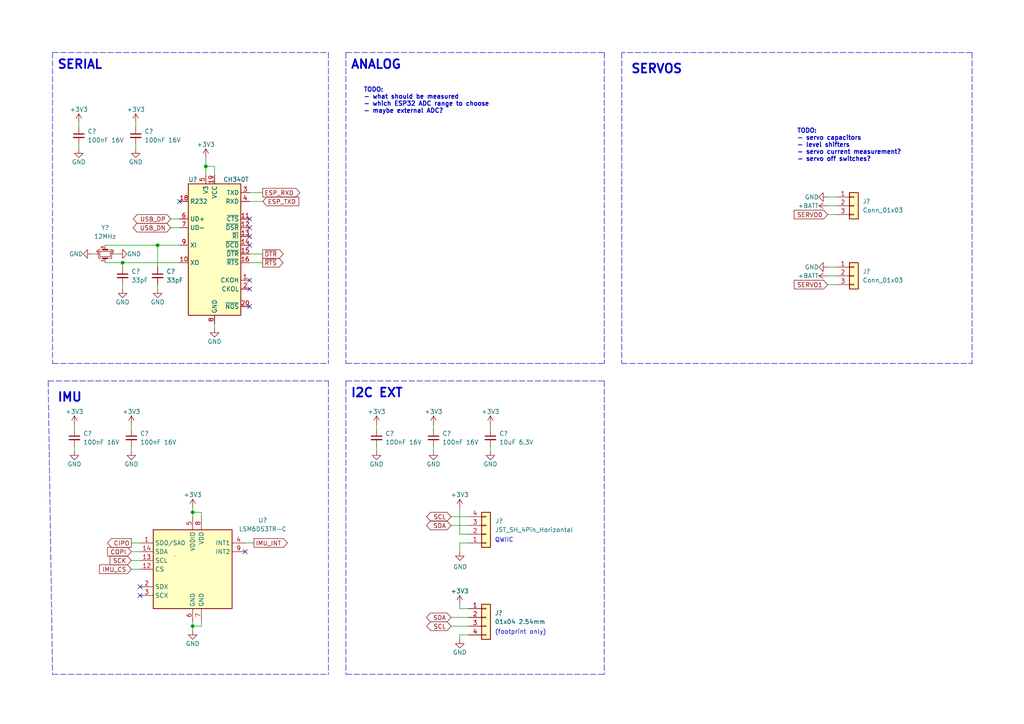
<source format=kicad_sch>
(kicad_sch (version 20211123) (generator eeschema)

  (uuid 316ccb79-2b8f-4132-bb1b-ff4f6852ee5e)

  (paper "A4")

  (lib_symbols
    (symbol "Connector_Generic:Conn_01x03" (pin_names (offset 1.016) hide) (in_bom yes) (on_board yes)
      (property "Reference" "J" (id 0) (at 0 5.08 0)
        (effects (font (size 1.27 1.27)))
      )
      (property "Value" "Conn_01x03" (id 1) (at 0 -5.08 0)
        (effects (font (size 1.27 1.27)))
      )
      (property "Footprint" "" (id 2) (at 0 0 0)
        (effects (font (size 1.27 1.27)) hide)
      )
      (property "Datasheet" "~" (id 3) (at 0 0 0)
        (effects (font (size 1.27 1.27)) hide)
      )
      (property "ki_keywords" "connector" (id 4) (at 0 0 0)
        (effects (font (size 1.27 1.27)) hide)
      )
      (property "ki_description" "Generic connector, single row, 01x03, script generated (kicad-library-utils/schlib/autogen/connector/)" (id 5) (at 0 0 0)
        (effects (font (size 1.27 1.27)) hide)
      )
      (property "ki_fp_filters" "Connector*:*_1x??_*" (id 6) (at 0 0 0)
        (effects (font (size 1.27 1.27)) hide)
      )
      (symbol "Conn_01x03_1_1"
        (rectangle (start -1.27 -2.413) (end 0 -2.667)
          (stroke (width 0.1524) (type default) (color 0 0 0 0))
          (fill (type none))
        )
        (rectangle (start -1.27 0.127) (end 0 -0.127)
          (stroke (width 0.1524) (type default) (color 0 0 0 0))
          (fill (type none))
        )
        (rectangle (start -1.27 2.667) (end 0 2.413)
          (stroke (width 0.1524) (type default) (color 0 0 0 0))
          (fill (type none))
        )
        (rectangle (start -1.27 3.81) (end 1.27 -3.81)
          (stroke (width 0.254) (type default) (color 0 0 0 0))
          (fill (type background))
        )
        (pin passive line (at -5.08 2.54 0) (length 3.81)
          (name "Pin_1" (effects (font (size 1.27 1.27))))
          (number "1" (effects (font (size 1.27 1.27))))
        )
        (pin passive line (at -5.08 0 0) (length 3.81)
          (name "Pin_2" (effects (font (size 1.27 1.27))))
          (number "2" (effects (font (size 1.27 1.27))))
        )
        (pin passive line (at -5.08 -2.54 0) (length 3.81)
          (name "Pin_3" (effects (font (size 1.27 1.27))))
          (number "3" (effects (font (size 1.27 1.27))))
        )
      )
    )
    (symbol "Connector_Generic:Conn_01x04" (pin_names (offset 1.016) hide) (in_bom yes) (on_board yes)
      (property "Reference" "J" (id 0) (at 0 5.08 0)
        (effects (font (size 1.27 1.27)))
      )
      (property "Value" "Conn_01x04" (id 1) (at 0 -7.62 0)
        (effects (font (size 1.27 1.27)))
      )
      (property "Footprint" "" (id 2) (at 0 0 0)
        (effects (font (size 1.27 1.27)) hide)
      )
      (property "Datasheet" "~" (id 3) (at 0 0 0)
        (effects (font (size 1.27 1.27)) hide)
      )
      (property "ki_keywords" "connector" (id 4) (at 0 0 0)
        (effects (font (size 1.27 1.27)) hide)
      )
      (property "ki_description" "Generic connector, single row, 01x04, script generated (kicad-library-utils/schlib/autogen/connector/)" (id 5) (at 0 0 0)
        (effects (font (size 1.27 1.27)) hide)
      )
      (property "ki_fp_filters" "Connector*:*_1x??_*" (id 6) (at 0 0 0)
        (effects (font (size 1.27 1.27)) hide)
      )
      (symbol "Conn_01x04_1_1"
        (rectangle (start -1.27 -4.953) (end 0 -5.207)
          (stroke (width 0.1524) (type default) (color 0 0 0 0))
          (fill (type none))
        )
        (rectangle (start -1.27 -2.413) (end 0 -2.667)
          (stroke (width 0.1524) (type default) (color 0 0 0 0))
          (fill (type none))
        )
        (rectangle (start -1.27 0.127) (end 0 -0.127)
          (stroke (width 0.1524) (type default) (color 0 0 0 0))
          (fill (type none))
        )
        (rectangle (start -1.27 2.667) (end 0 2.413)
          (stroke (width 0.1524) (type default) (color 0 0 0 0))
          (fill (type none))
        )
        (rectangle (start -1.27 3.81) (end 1.27 -6.35)
          (stroke (width 0.254) (type default) (color 0 0 0 0))
          (fill (type background))
        )
        (pin passive line (at -5.08 2.54 0) (length 3.81)
          (name "Pin_1" (effects (font (size 1.27 1.27))))
          (number "1" (effects (font (size 1.27 1.27))))
        )
        (pin passive line (at -5.08 0 0) (length 3.81)
          (name "Pin_2" (effects (font (size 1.27 1.27))))
          (number "2" (effects (font (size 1.27 1.27))))
        )
        (pin passive line (at -5.08 -2.54 0) (length 3.81)
          (name "Pin_3" (effects (font (size 1.27 1.27))))
          (number "3" (effects (font (size 1.27 1.27))))
        )
        (pin passive line (at -5.08 -5.08 0) (length 3.81)
          (name "Pin_4" (effects (font (size 1.27 1.27))))
          (number "4" (effects (font (size 1.27 1.27))))
        )
      )
    )
    (symbol "Device:C_Small" (pin_numbers hide) (pin_names (offset 0.254) hide) (in_bom yes) (on_board yes)
      (property "Reference" "C" (id 0) (at 0.254 1.778 0)
        (effects (font (size 1.27 1.27)) (justify left))
      )
      (property "Value" "C_Small" (id 1) (at 0.254 -2.032 0)
        (effects (font (size 1.27 1.27)) (justify left))
      )
      (property "Footprint" "" (id 2) (at 0 0 0)
        (effects (font (size 1.27 1.27)) hide)
      )
      (property "Datasheet" "~" (id 3) (at 0 0 0)
        (effects (font (size 1.27 1.27)) hide)
      )
      (property "ki_keywords" "capacitor cap" (id 4) (at 0 0 0)
        (effects (font (size 1.27 1.27)) hide)
      )
      (property "ki_description" "Unpolarized capacitor, small symbol" (id 5) (at 0 0 0)
        (effects (font (size 1.27 1.27)) hide)
      )
      (property "ki_fp_filters" "C_*" (id 6) (at 0 0 0)
        (effects (font (size 1.27 1.27)) hide)
      )
      (symbol "C_Small_0_1"
        (polyline
          (pts
            (xy -1.524 -0.508)
            (xy 1.524 -0.508)
          )
          (stroke (width 0.3302) (type default) (color 0 0 0 0))
          (fill (type none))
        )
        (polyline
          (pts
            (xy -1.524 0.508)
            (xy 1.524 0.508)
          )
          (stroke (width 0.3048) (type default) (color 0 0 0 0))
          (fill (type none))
        )
      )
      (symbol "C_Small_1_1"
        (pin passive line (at 0 2.54 270) (length 2.032)
          (name "~" (effects (font (size 1.27 1.27))))
          (number "1" (effects (font (size 1.27 1.27))))
        )
        (pin passive line (at 0 -2.54 90) (length 2.032)
          (name "~" (effects (font (size 1.27 1.27))))
          (number "2" (effects (font (size 1.27 1.27))))
        )
      )
    )
    (symbol "Device:Crystal_GND24_Small" (pin_names (offset 1.016) hide) (in_bom yes) (on_board yes)
      (property "Reference" "Y" (id 0) (at 1.27 4.445 0)
        (effects (font (size 1.27 1.27)) (justify left))
      )
      (property "Value" "Crystal_GND24_Small" (id 1) (at 1.27 2.54 0)
        (effects (font (size 1.27 1.27)) (justify left))
      )
      (property "Footprint" "" (id 2) (at 0 0 0)
        (effects (font (size 1.27 1.27)) hide)
      )
      (property "Datasheet" "~" (id 3) (at 0 0 0)
        (effects (font (size 1.27 1.27)) hide)
      )
      (property "ki_keywords" "quartz ceramic resonator oscillator" (id 4) (at 0 0 0)
        (effects (font (size 1.27 1.27)) hide)
      )
      (property "ki_description" "Four pin crystal, GND on pins 2 and 4, small symbol" (id 5) (at 0 0 0)
        (effects (font (size 1.27 1.27)) hide)
      )
      (property "ki_fp_filters" "Crystal*" (id 6) (at 0 0 0)
        (effects (font (size 1.27 1.27)) hide)
      )
      (symbol "Crystal_GND24_Small_0_1"
        (rectangle (start -0.762 -1.524) (end 0.762 1.524)
          (stroke (width 0) (type default) (color 0 0 0 0))
          (fill (type none))
        )
        (polyline
          (pts
            (xy -1.27 -0.762)
            (xy -1.27 0.762)
          )
          (stroke (width 0.381) (type default) (color 0 0 0 0))
          (fill (type none))
        )
        (polyline
          (pts
            (xy 1.27 -0.762)
            (xy 1.27 0.762)
          )
          (stroke (width 0.381) (type default) (color 0 0 0 0))
          (fill (type none))
        )
        (polyline
          (pts
            (xy -1.27 -1.27)
            (xy -1.27 -1.905)
            (xy 1.27 -1.905)
            (xy 1.27 -1.27)
          )
          (stroke (width 0) (type default) (color 0 0 0 0))
          (fill (type none))
        )
        (polyline
          (pts
            (xy -1.27 1.27)
            (xy -1.27 1.905)
            (xy 1.27 1.905)
            (xy 1.27 1.27)
          )
          (stroke (width 0) (type default) (color 0 0 0 0))
          (fill (type none))
        )
      )
      (symbol "Crystal_GND24_Small_1_1"
        (pin passive line (at -2.54 0 0) (length 1.27)
          (name "1" (effects (font (size 1.27 1.27))))
          (number "1" (effects (font (size 0.762 0.762))))
        )
        (pin passive line (at 0 -2.54 90) (length 0.635)
          (name "2" (effects (font (size 1.27 1.27))))
          (number "2" (effects (font (size 0.762 0.762))))
        )
        (pin passive line (at 2.54 0 180) (length 1.27)
          (name "3" (effects (font (size 1.27 1.27))))
          (number "3" (effects (font (size 0.762 0.762))))
        )
        (pin passive line (at 0 2.54 270) (length 0.635)
          (name "4" (effects (font (size 1.27 1.27))))
          (number "4" (effects (font (size 0.762 0.762))))
        )
      )
    )
    (symbol "Interface_USB:CH340T" (in_bom yes) (on_board yes)
      (property "Reference" "U" (id 0) (at -7.62 22.86 0)
        (effects (font (size 1.27 1.27)))
      )
      (property "Value" "CH340T" (id 1) (at 7.62 22.86 0)
        (effects (font (size 1.27 1.27)))
      )
      (property "Footprint" "Package_SO:SSOP-20_5.3x7.2mm_P0.65mm" (id 2) (at 22.86 -20.32 0)
        (effects (font (size 1.27 1.27)) hide)
      )
      (property "Datasheet" "https://cdn.sparkfun.com/datasheets/Dev/Arduino/Other/CH340DS1.PDF" (id 3) (at -6.35 21.59 0)
        (effects (font (size 1.27 1.27)) hide)
      )
      (property "ki_keywords" "USB UART Serial Converter Interface" (id 4) (at 0 0 0)
        (effects (font (size 1.27 1.27)) hide)
      )
      (property "ki_description" "USB serial converter, UART, SSOP-20" (id 5) (at 0 0 0)
        (effects (font (size 1.27 1.27)) hide)
      )
      (property "ki_fp_filters" "SSOP*5.3x7.2mm*P0.65mm*" (id 6) (at 0 0 0)
        (effects (font (size 1.27 1.27)) hide)
      )
      (symbol "CH340T_1_1"
        (rectangle (start -7.62 20.32) (end 7.62 -17.78)
          (stroke (width 0.254) (type default) (color 0 0 0 0))
          (fill (type background))
        )
        (pin output line (at 10.16 -7.62 180) (length 2.54)
          (name "CKOH" (effects (font (size 1.27 1.27))))
          (number "1" (effects (font (size 1.27 1.27))))
        )
        (pin output line (at -10.16 -2.54 0) (length 2.54)
          (name "XO" (effects (font (size 1.27 1.27))))
          (number "10" (effects (font (size 1.27 1.27))))
        )
        (pin input line (at 10.16 10.16 180) (length 2.54)
          (name "~{CTS}" (effects (font (size 1.27 1.27))))
          (number "11" (effects (font (size 1.27 1.27))))
        )
        (pin input line (at 10.16 7.62 180) (length 2.54)
          (name "~{DSR}" (effects (font (size 1.27 1.27))))
          (number "12" (effects (font (size 1.27 1.27))))
        )
        (pin input line (at 10.16 5.08 180) (length 2.54)
          (name "~{RI}" (effects (font (size 1.27 1.27))))
          (number "13" (effects (font (size 1.27 1.27))))
        )
        (pin input line (at 10.16 2.54 180) (length 2.54)
          (name "~{DCD}" (effects (font (size 1.27 1.27))))
          (number "14" (effects (font (size 1.27 1.27))))
        )
        (pin output line (at 10.16 0 180) (length 2.54)
          (name "~{DTR}" (effects (font (size 1.27 1.27))))
          (number "15" (effects (font (size 1.27 1.27))))
        )
        (pin output line (at 10.16 -2.54 180) (length 2.54)
          (name "~{RTS}" (effects (font (size 1.27 1.27))))
          (number "16" (effects (font (size 1.27 1.27))))
        )
        (pin no_connect line (at -7.62 -7.62 0) (length 2.54) hide
          (name "NC" (effects (font (size 1.27 1.27))))
          (number "17" (effects (font (size 1.27 1.27))))
        )
        (pin input line (at -10.16 15.24 0) (length 2.54)
          (name "R232" (effects (font (size 1.27 1.27))))
          (number "18" (effects (font (size 1.27 1.27))))
        )
        (pin power_in line (at 0 22.86 270) (length 2.54)
          (name "VCC" (effects (font (size 1.27 1.27))))
          (number "19" (effects (font (size 1.27 1.27))))
        )
        (pin output line (at 10.16 -10.16 180) (length 2.54)
          (name "CKOL" (effects (font (size 1.27 1.27))))
          (number "2" (effects (font (size 1.27 1.27))))
        )
        (pin input line (at 10.16 -15.24 180) (length 2.54)
          (name "~{NOS}" (effects (font (size 1.27 1.27))))
          (number "20" (effects (font (size 1.27 1.27))))
        )
        (pin output line (at 10.16 17.78 180) (length 2.54)
          (name "TXD" (effects (font (size 1.27 1.27))))
          (number "3" (effects (font (size 1.27 1.27))))
        )
        (pin input line (at 10.16 15.24 180) (length 2.54)
          (name "RXD" (effects (font (size 1.27 1.27))))
          (number "4" (effects (font (size 1.27 1.27))))
        )
        (pin passive line (at -2.54 22.86 270) (length 2.54)
          (name "V3" (effects (font (size 1.27 1.27))))
          (number "5" (effects (font (size 1.27 1.27))))
        )
        (pin bidirectional line (at -10.16 10.16 0) (length 2.54)
          (name "UD+" (effects (font (size 1.27 1.27))))
          (number "6" (effects (font (size 1.27 1.27))))
        )
        (pin bidirectional line (at -10.16 7.62 0) (length 2.54)
          (name "UD-" (effects (font (size 1.27 1.27))))
          (number "7" (effects (font (size 1.27 1.27))))
        )
        (pin power_in line (at 0 -20.32 90) (length 2.54)
          (name "GND" (effects (font (size 1.27 1.27))))
          (number "8" (effects (font (size 1.27 1.27))))
        )
        (pin input line (at -10.16 2.54 0) (length 2.54)
          (name "XI" (effects (font (size 1.27 1.27))))
          (number "9" (effects (font (size 1.27 1.27))))
        )
      )
    )
    (symbol "MaxTailsLibrary:LSM6DS3TR-C" (in_bom yes) (on_board yes)
      (property "Reference" "U" (id 0) (at -11.43 12.7 0)
        (effects (font (size 1.27 1.27)) (justify left))
      )
      (property "Value" "LSM6DS3TR-C" (id 1) (at 6.35 11.43 0)
        (effects (font (size 1.27 1.27)) (justify left bottom))
      )
      (property "Footprint" "MaxTailsLibrary:LSM6DS3TR-C" (id 2) (at -10.16 -17.78 0)
        (effects (font (size 1.27 1.27)) (justify left) hide)
      )
      (property "Datasheet" "https://www.st.com/resource/en/datasheet/lsm6ds3tr-c.pdf" (id 3) (at 2.54 -16.51 0)
        (effects (font (size 1.27 1.27)) hide)
      )
      (property "LCSC" "C967633" (id 4) (at 0 0 0)
        (effects (font (size 1.27 1.27)) hide)
      )
      (property "ki_keywords" "Accelerometer Gyroscope MEMS" (id 5) (at 0 0 0)
        (effects (font (size 1.27 1.27)) hide)
      )
      (property "ki_description" "I2C/SPI, iNEMO inertial module: always-on 3D accelerometer and 3D gyroscope" (id 6) (at 0 0 0)
        (effects (font (size 1.27 1.27)) hide)
      )
      (property "ki_fp_filters" "LGA*3x2.5mm*P0.5mm*LayoutBorder3x4y*" (id 7) (at 0 0 0)
        (effects (font (size 1.27 1.27)) hide)
      )
      (symbol "LSM6DS3TR-C_0_1"
        (rectangle (start -5.08 3.81) (end -5.08 3.81)
          (stroke (width 0.1524) (type default) (color 0 0 0 0))
          (fill (type none))
        )
        (rectangle (start -5.08 3.81) (end -5.08 3.81)
          (stroke (width 0.1524) (type default) (color 0 0 0 0))
          (fill (type none))
        )
        (rectangle (start 11.43 11.43) (end -11.43 -11.43)
          (stroke (width 0.254) (type default) (color 0 0 0 0))
          (fill (type background))
        )
      )
      (symbol "LSM6DS3TR-C_1_1"
        (pin bidirectional line (at -15.24 7.62 0) (length 3.81)
          (name "SDO/SA0" (effects (font (size 1.27 1.27))))
          (number "1" (effects (font (size 1.27 1.27))))
        )
        (pin no_connect line (at 15.24 -7.62 180) (length 3.81) hide
          (name "NC" (effects (font (size 1.27 1.27))))
          (number "10" (effects (font (size 1.27 1.27))))
        )
        (pin no_connect line (at 15.24 -5.08 180) (length 3.81) hide
          (name "NC" (effects (font (size 1.27 1.27))))
          (number "11" (effects (font (size 1.27 1.27))))
        )
        (pin input line (at -15.24 0 0) (length 3.81)
          (name "CS" (effects (font (size 1.27 1.27))))
          (number "12" (effects (font (size 1.27 1.27))))
        )
        (pin input line (at -15.24 2.54 0) (length 3.81)
          (name "SCL" (effects (font (size 1.27 1.27))))
          (number "13" (effects (font (size 1.27 1.27))))
        )
        (pin bidirectional line (at -15.24 5.08 0) (length 3.81)
          (name "SDA" (effects (font (size 1.27 1.27))))
          (number "14" (effects (font (size 1.27 1.27))))
        )
        (pin bidirectional line (at -15.24 -5.08 0) (length 3.81)
          (name "SDX" (effects (font (size 1.27 1.27))))
          (number "2" (effects (font (size 1.27 1.27))))
        )
        (pin input line (at -15.24 -7.62 0) (length 3.81)
          (name "SCX" (effects (font (size 1.27 1.27))))
          (number "3" (effects (font (size 1.27 1.27))))
        )
        (pin output line (at 15.24 7.62 180) (length 3.81)
          (name "INT1" (effects (font (size 1.27 1.27))))
          (number "4" (effects (font (size 1.27 1.27))))
        )
        (pin power_in line (at 0 15.24 270) (length 3.81)
          (name "VDDIO" (effects (font (size 1.27 1.27))))
          (number "5" (effects (font (size 1.27 1.27))))
        )
        (pin power_in line (at 0 -15.24 90) (length 3.81)
          (name "GND" (effects (font (size 1.27 1.27))))
          (number "6" (effects (font (size 1.27 1.27))))
        )
        (pin power_in line (at 2.54 -15.24 90) (length 3.81)
          (name "GND" (effects (font (size 1.27 1.27))))
          (number "7" (effects (font (size 1.27 1.27))))
        )
        (pin power_in line (at 2.54 15.24 270) (length 3.81)
          (name "VDD" (effects (font (size 1.27 1.27))))
          (number "8" (effects (font (size 1.27 1.27))))
        )
        (pin output line (at 15.24 5.08 180) (length 3.81)
          (name "INT2" (effects (font (size 1.27 1.27))))
          (number "9" (effects (font (size 1.27 1.27))))
        )
      )
    )
    (symbol "power:+3V3" (power) (pin_names (offset 0)) (in_bom yes) (on_board yes)
      (property "Reference" "#PWR" (id 0) (at 0 -3.81 0)
        (effects (font (size 1.27 1.27)) hide)
      )
      (property "Value" "+3V3" (id 1) (at 0 3.556 0)
        (effects (font (size 1.27 1.27)))
      )
      (property "Footprint" "" (id 2) (at 0 0 0)
        (effects (font (size 1.27 1.27)) hide)
      )
      (property "Datasheet" "" (id 3) (at 0 0 0)
        (effects (font (size 1.27 1.27)) hide)
      )
      (property "ki_keywords" "power-flag" (id 4) (at 0 0 0)
        (effects (font (size 1.27 1.27)) hide)
      )
      (property "ki_description" "Power symbol creates a global label with name \"+3V3\"" (id 5) (at 0 0 0)
        (effects (font (size 1.27 1.27)) hide)
      )
      (symbol "+3V3_0_1"
        (polyline
          (pts
            (xy -0.762 1.27)
            (xy 0 2.54)
          )
          (stroke (width 0) (type default) (color 0 0 0 0))
          (fill (type none))
        )
        (polyline
          (pts
            (xy 0 0)
            (xy 0 2.54)
          )
          (stroke (width 0) (type default) (color 0 0 0 0))
          (fill (type none))
        )
        (polyline
          (pts
            (xy 0 2.54)
            (xy 0.762 1.27)
          )
          (stroke (width 0) (type default) (color 0 0 0 0))
          (fill (type none))
        )
      )
      (symbol "+3V3_1_1"
        (pin power_in line (at 0 0 90) (length 0) hide
          (name "+3V3" (effects (font (size 1.27 1.27))))
          (number "1" (effects (font (size 1.27 1.27))))
        )
      )
    )
    (symbol "power:+BATT" (power) (pin_names (offset 0)) (in_bom yes) (on_board yes)
      (property "Reference" "#PWR" (id 0) (at 0 -3.81 0)
        (effects (font (size 1.27 1.27)) hide)
      )
      (property "Value" "+BATT" (id 1) (at 0 3.556 0)
        (effects (font (size 1.27 1.27)))
      )
      (property "Footprint" "" (id 2) (at 0 0 0)
        (effects (font (size 1.27 1.27)) hide)
      )
      (property "Datasheet" "" (id 3) (at 0 0 0)
        (effects (font (size 1.27 1.27)) hide)
      )
      (property "ki_keywords" "power-flag battery" (id 4) (at 0 0 0)
        (effects (font (size 1.27 1.27)) hide)
      )
      (property "ki_description" "Power symbol creates a global label with name \"+BATT\"" (id 5) (at 0 0 0)
        (effects (font (size 1.27 1.27)) hide)
      )
      (symbol "+BATT_0_1"
        (polyline
          (pts
            (xy -0.762 1.27)
            (xy 0 2.54)
          )
          (stroke (width 0) (type default) (color 0 0 0 0))
          (fill (type none))
        )
        (polyline
          (pts
            (xy 0 0)
            (xy 0 2.54)
          )
          (stroke (width 0) (type default) (color 0 0 0 0))
          (fill (type none))
        )
        (polyline
          (pts
            (xy 0 2.54)
            (xy 0.762 1.27)
          )
          (stroke (width 0) (type default) (color 0 0 0 0))
          (fill (type none))
        )
      )
      (symbol "+BATT_1_1"
        (pin power_in line (at 0 0 90) (length 0) hide
          (name "+BATT" (effects (font (size 1.27 1.27))))
          (number "1" (effects (font (size 1.27 1.27))))
        )
      )
    )
    (symbol "power:GND" (power) (pin_names (offset 0)) (in_bom yes) (on_board yes)
      (property "Reference" "#PWR" (id 0) (at 0 -6.35 0)
        (effects (font (size 1.27 1.27)) hide)
      )
      (property "Value" "GND" (id 1) (at 0 -3.81 0)
        (effects (font (size 1.27 1.27)))
      )
      (property "Footprint" "" (id 2) (at 0 0 0)
        (effects (font (size 1.27 1.27)) hide)
      )
      (property "Datasheet" "" (id 3) (at 0 0 0)
        (effects (font (size 1.27 1.27)) hide)
      )
      (property "ki_keywords" "power-flag" (id 4) (at 0 0 0)
        (effects (font (size 1.27 1.27)) hide)
      )
      (property "ki_description" "Power symbol creates a global label with name \"GND\" , ground" (id 5) (at 0 0 0)
        (effects (font (size 1.27 1.27)) hide)
      )
      (symbol "GND_0_1"
        (polyline
          (pts
            (xy 0 0)
            (xy 0 -1.27)
            (xy 1.27 -1.27)
            (xy 0 -2.54)
            (xy -1.27 -1.27)
            (xy 0 -1.27)
          )
          (stroke (width 0) (type default) (color 0 0 0 0))
          (fill (type none))
        )
      )
      (symbol "GND_1_1"
        (pin power_in line (at 0 0 270) (length 0) hide
          (name "GND" (effects (font (size 1.27 1.27))))
          (number "1" (effects (font (size 1.27 1.27))))
        )
      )
    )
  )

  (junction (at 35.56 76.2) (diameter 0) (color 0 0 0 0)
    (uuid 069555d9-3db2-477f-a0c4-df20273855a2)
  )
  (junction (at 55.88 148.59) (diameter 0) (color 0 0 0 0)
    (uuid 2aabb7cf-1d53-4a7a-9719-9fd1437e9097)
  )
  (junction (at 59.69 48.26) (diameter 0) (color 0 0 0 0)
    (uuid abdcbb60-5b95-458d-81b6-a7f75432ae09)
  )
  (junction (at 55.88 181.61) (diameter 0) (color 0 0 0 0)
    (uuid ac8d7165-c1c1-4ae7-a1f5-5735c85b166d)
  )
  (junction (at 45.72 71.12) (diameter 0) (color 0 0 0 0)
    (uuid c2fdb66b-342d-4a23-a012-81a4df335971)
  )

  (no_connect (at 71.12 160.02) (uuid 19217cba-1c66-40d8-ba08-8ca1b9c36906))
  (no_connect (at 40.64 170.18) (uuid 19217cba-1c66-40d8-ba08-8ca1b9c36907))
  (no_connect (at 40.64 172.72) (uuid 19217cba-1c66-40d8-ba08-8ca1b9c36908))
  (no_connect (at 72.39 71.12) (uuid 6a6d2728-7f57-463f-83e1-4c8177ae1c96))
  (no_connect (at 72.39 66.04) (uuid 6a6d2728-7f57-463f-83e1-4c8177ae1c97))
  (no_connect (at 72.39 63.5) (uuid 6a6d2728-7f57-463f-83e1-4c8177ae1c98))
  (no_connect (at 72.39 68.58) (uuid 6a6d2728-7f57-463f-83e1-4c8177ae1c99))
  (no_connect (at 72.39 83.82) (uuid 6a6d2728-7f57-463f-83e1-4c8177ae1c9a))
  (no_connect (at 72.39 81.28) (uuid 6a6d2728-7f57-463f-83e1-4c8177ae1c9b))
  (no_connect (at 52.07 58.42) (uuid 87fcc510-e797-46ea-9679-217e5fd33bba))
  (no_connect (at 72.39 88.9) (uuid 93003eb7-0040-4596-823e-63e1b30aa130))

  (wire (pts (xy 62.23 50.8) (xy 62.23 48.26))
    (stroke (width 0) (type default) (color 0 0 0 0))
    (uuid 01ba3c15-9141-41ff-8a76-e495b64bdc93)
  )
  (polyline (pts (xy 100.33 110.49) (xy 100.33 195.58))
    (stroke (width 0) (type default) (color 0 0 0 0))
    (uuid 0306448e-8024-487d-a0a6-07d53242a4f7)
  )

  (wire (pts (xy 142.24 129.54) (xy 142.24 130.81))
    (stroke (width 0) (type default) (color 0 0 0 0))
    (uuid 04fcb61c-4d56-426a-8ed0-2e50680a74aa)
  )
  (polyline (pts (xy 95.25 15.24) (xy 95.25 105.41))
    (stroke (width 0) (type default) (color 0 0 0 0))
    (uuid 094dd371-204e-4049-8bf0-9615025ef779)
  )

  (wire (pts (xy 38.1 129.54) (xy 38.1 130.81))
    (stroke (width 0) (type default) (color 0 0 0 0))
    (uuid 0ed58886-ed34-4649-be2a-59f134ce76db)
  )
  (wire (pts (xy 39.37 35.56) (xy 39.37 36.83))
    (stroke (width 0) (type default) (color 0 0 0 0))
    (uuid 12d8d234-bfe7-4c04-b61d-e2cc20680da7)
  )
  (wire (pts (xy 135.89 184.15) (xy 133.35 184.15))
    (stroke (width 0) (type default) (color 0 0 0 0))
    (uuid 17e372f8-be02-4cc1-adc0-f81cd50771f3)
  )
  (wire (pts (xy 21.59 123.19) (xy 21.59 124.46))
    (stroke (width 0) (type default) (color 0 0 0 0))
    (uuid 193cde68-0f4c-450d-bdc0-15dee05a8bb3)
  )
  (wire (pts (xy 38.1 162.56) (xy 40.64 162.56))
    (stroke (width 0) (type default) (color 0 0 0 0))
    (uuid 1ce32cf3-2f79-4815-8eeb-0a8e6940e0e7)
  )
  (wire (pts (xy 62.23 48.26) (xy 59.69 48.26))
    (stroke (width 0) (type default) (color 0 0 0 0))
    (uuid 1ecc98c0-7148-4399-abe6-66e8c167aa25)
  )
  (wire (pts (xy 72.39 73.66) (xy 76.2 73.66))
    (stroke (width 0) (type default) (color 0 0 0 0))
    (uuid 2a65d151-35a1-4767-ac4f-108eed9c1473)
  )
  (wire (pts (xy 45.72 71.12) (xy 52.07 71.12))
    (stroke (width 0) (type default) (color 0 0 0 0))
    (uuid 2d9ebc32-e623-4f1d-b3fb-01c19b7f7476)
  )
  (wire (pts (xy 38.1 165.1) (xy 40.64 165.1))
    (stroke (width 0) (type default) (color 0 0 0 0))
    (uuid 318d0cff-6802-4ac6-9252-12118fd5e1a5)
  )
  (polyline (pts (xy 281.94 15.24) (xy 281.94 105.41))
    (stroke (width 0) (type default) (color 0 0 0 0))
    (uuid 33822933-dc35-43f6-88e6-832f5b15151e)
  )
  (polyline (pts (xy 13.97 110.49) (xy 15.24 195.58))
    (stroke (width 0) (type default) (color 0 0 0 0))
    (uuid 35025dbd-844a-4d42-b7ee-9197b4e66d2f)
  )

  (wire (pts (xy 55.88 147.32) (xy 55.88 148.59))
    (stroke (width 0) (type default) (color 0 0 0 0))
    (uuid 36a25099-881a-45cc-8a12-31b2e957d1a9)
  )
  (wire (pts (xy 130.81 149.86) (xy 135.89 149.86))
    (stroke (width 0) (type default) (color 0 0 0 0))
    (uuid 39db96a9-4096-4854-bba2-807903737146)
  )
  (wire (pts (xy 62.23 93.98) (xy 62.23 95.25))
    (stroke (width 0) (type default) (color 0 0 0 0))
    (uuid 3abd782a-76dc-4d06-ba3a-6fda5ddc093e)
  )
  (wire (pts (xy 38.1 123.19) (xy 38.1 124.46))
    (stroke (width 0) (type default) (color 0 0 0 0))
    (uuid 3cc4b622-29e7-468c-b63c-c2a9db7fc49d)
  )
  (wire (pts (xy 130.81 181.61) (xy 135.89 181.61))
    (stroke (width 0) (type default) (color 0 0 0 0))
    (uuid 3e6072f6-8774-4d79-a378-5aa4196ec9d0)
  )
  (polyline (pts (xy 281.94 15.24) (xy 180.34 15.24))
    (stroke (width 0) (type default) (color 0 0 0 0))
    (uuid 3e72bf9f-e458-4f9b-add6-a96b21cee45f)
  )

  (wire (pts (xy 130.81 152.4) (xy 135.89 152.4))
    (stroke (width 0) (type default) (color 0 0 0 0))
    (uuid 44ffdcc0-9dac-45aa-b251-58230ae94766)
  )
  (wire (pts (xy 21.59 129.54) (xy 21.59 130.81))
    (stroke (width 0) (type default) (color 0 0 0 0))
    (uuid 455f8b38-d413-4c6b-96af-e112c8466f2c)
  )
  (polyline (pts (xy 15.24 105.41) (xy 95.25 105.41))
    (stroke (width 0) (type default) (color 0 0 0 0))
    (uuid 4ee97402-2262-4e9a-a149-4914a99bcd37)
  )

  (wire (pts (xy 38.1 157.48) (xy 40.64 157.48))
    (stroke (width 0) (type default) (color 0 0 0 0))
    (uuid 52e75fee-2c72-49f0-b1b3-f52a0abfa0e1)
  )
  (wire (pts (xy 240.03 59.69) (xy 242.57 59.69))
    (stroke (width 0) (type default) (color 0 0 0 0))
    (uuid 540c0247-d2aa-4ea2-b492-1129019c76af)
  )
  (polyline (pts (xy 100.33 105.41) (xy 175.26 105.41))
    (stroke (width 0) (type default) (color 0 0 0 0))
    (uuid 55a50c14-cd7c-4c6f-bc05-f85644193c61)
  )

  (wire (pts (xy 35.56 76.2) (xy 52.07 76.2))
    (stroke (width 0) (type default) (color 0 0 0 0))
    (uuid 5ab62ca1-d478-4451-a1d0-f05c55b81627)
  )
  (wire (pts (xy 55.88 181.61) (xy 55.88 182.88))
    (stroke (width 0) (type default) (color 0 0 0 0))
    (uuid 5d573999-d730-4c4c-908b-5c86d4c824a0)
  )
  (polyline (pts (xy 180.34 15.24) (xy 180.34 105.41))
    (stroke (width 0) (type default) (color 0 0 0 0))
    (uuid 5e93c336-dcd3-4bf8-b576-f8e8b6670cd4)
  )

  (wire (pts (xy 33.02 73.66) (xy 34.29 73.66))
    (stroke (width 0) (type default) (color 0 0 0 0))
    (uuid 61383ec3-317b-4202-93eb-8d3d037a4cff)
  )
  (wire (pts (xy 38.1 160.02) (xy 40.64 160.02))
    (stroke (width 0) (type default) (color 0 0 0 0))
    (uuid 61c9295e-0c00-4602-a3ca-90437711d1f2)
  )
  (polyline (pts (xy 100.33 110.49) (xy 175.26 110.49))
    (stroke (width 0) (type default) (color 0 0 0 0))
    (uuid 66a3151f-a8df-4c68-8c10-9665e67cca9b)
  )

  (wire (pts (xy 39.37 41.91) (xy 39.37 43.18))
    (stroke (width 0) (type default) (color 0 0 0 0))
    (uuid 67a40357-35e4-4c42-96da-0f56e719d45a)
  )
  (wire (pts (xy 142.24 123.19) (xy 142.24 124.46))
    (stroke (width 0) (type default) (color 0 0 0 0))
    (uuid 6926a977-330a-4c73-af1a-6c3852293b3c)
  )
  (wire (pts (xy 45.72 71.12) (xy 45.72 77.47))
    (stroke (width 0) (type default) (color 0 0 0 0))
    (uuid 6a7646ee-9eba-40e8-85b8-caa5793c4700)
  )
  (wire (pts (xy 240.03 77.47) (xy 242.57 77.47))
    (stroke (width 0) (type default) (color 0 0 0 0))
    (uuid 6cfac9d5-6085-4147-a966-870e10d482e9)
  )
  (wire (pts (xy 240.03 62.23) (xy 242.57 62.23))
    (stroke (width 0) (type default) (color 0 0 0 0))
    (uuid 6e94f28b-3a7b-43db-83b3-b41f54b2cdf5)
  )
  (polyline (pts (xy 100.33 195.58) (xy 175.26 195.58))
    (stroke (width 0) (type default) (color 0 0 0 0))
    (uuid 6f2513d1-4f07-45b2-81ae-d54b95007c24)
  )

  (wire (pts (xy 58.42 181.61) (xy 58.42 180.34))
    (stroke (width 0) (type default) (color 0 0 0 0))
    (uuid 6f258adf-1258-43c4-862b-41d6d675fc38)
  )
  (polyline (pts (xy 100.33 15.24) (xy 100.33 105.41))
    (stroke (width 0) (type default) (color 0 0 0 0))
    (uuid 722c7290-c965-46d9-a1ce-86564f3dd0c3)
  )

  (wire (pts (xy 55.88 180.34) (xy 55.88 181.61))
    (stroke (width 0) (type default) (color 0 0 0 0))
    (uuid 78b37d0c-d605-4232-a8eb-b13d0630cd6f)
  )
  (polyline (pts (xy 15.24 15.24) (xy 95.25 15.24))
    (stroke (width 0) (type default) (color 0 0 0 0))
    (uuid 7de3790d-cd60-40d9-87b4-ac842c4154c1)
  )

  (wire (pts (xy 35.56 82.55) (xy 35.56 83.82))
    (stroke (width 0) (type default) (color 0 0 0 0))
    (uuid 84de9717-b8e0-4fed-8e56-bb8ca0657715)
  )
  (wire (pts (xy 133.35 154.94) (xy 135.89 154.94))
    (stroke (width 0) (type solid) (color 0 0 0 0))
    (uuid 8829aca5-9adb-42d0-8f1a-fc2c9ba07bd2)
  )
  (wire (pts (xy 30.48 76.2) (xy 35.56 76.2))
    (stroke (width 0) (type default) (color 0 0 0 0))
    (uuid 8a09956a-8b79-4269-b276-e1560c4d434d)
  )
  (wire (pts (xy 135.89 176.53) (xy 133.35 176.53))
    (stroke (width 0) (type default) (color 0 0 0 0))
    (uuid 912fbe6b-0d04-44a7-954c-44c6419468a8)
  )
  (polyline (pts (xy 13.97 110.49) (xy 95.25 110.49))
    (stroke (width 0) (type default) (color 0 0 0 0))
    (uuid 918e9fd7-eb4a-437c-ae3b-ece44e080bd6)
  )

  (wire (pts (xy 59.69 48.26) (xy 59.69 50.8))
    (stroke (width 0) (type default) (color 0 0 0 0))
    (uuid 938ae5c5-cf9b-41a9-a387-4cb87eaa46a0)
  )
  (wire (pts (xy 133.35 176.53) (xy 133.35 175.26))
    (stroke (width 0) (type default) (color 0 0 0 0))
    (uuid 9437fc3d-d47f-4b59-b691-db16f3d4fe7e)
  )
  (polyline (pts (xy 15.24 195.58) (xy 95.25 195.58))
    (stroke (width 0) (type default) (color 0 0 0 0))
    (uuid 96b4de94-6a7a-4aa4-a3f3-1b77755864f0)
  )

  (wire (pts (xy 22.86 35.56) (xy 22.86 36.83))
    (stroke (width 0) (type default) (color 0 0 0 0))
    (uuid 9741e44b-9fc7-4f2d-a2ea-35e3659909ce)
  )
  (polyline (pts (xy 180.34 105.41) (xy 281.94 105.41))
    (stroke (width 0) (type default) (color 0 0 0 0))
    (uuid 9945065c-a6af-4f56-ac03-4dedf3f6ea25)
  )

  (wire (pts (xy 130.81 179.07) (xy 135.89 179.07))
    (stroke (width 0) (type default) (color 0 0 0 0))
    (uuid 9a14d117-d04b-4f17-ba75-8fd32be39232)
  )
  (wire (pts (xy 22.86 41.91) (xy 22.86 43.18))
    (stroke (width 0) (type default) (color 0 0 0 0))
    (uuid 9e0d9212-68a5-41e6-a551-c1c1ef368b56)
  )
  (wire (pts (xy 30.48 71.12) (xy 45.72 71.12))
    (stroke (width 0) (type default) (color 0 0 0 0))
    (uuid 9f363490-fd17-4098-9b8c-c75612c41f07)
  )
  (polyline (pts (xy 175.26 15.24) (xy 175.26 105.41))
    (stroke (width 0) (type default) (color 0 0 0 0))
    (uuid a00a86a3-b7ba-4f18-a0b2-6e3d9b90d899)
  )

  (wire (pts (xy 109.22 123.19) (xy 109.22 124.46))
    (stroke (width 0) (type default) (color 0 0 0 0))
    (uuid a1e3090c-4b28-4bbf-86ea-a69f58fc9914)
  )
  (wire (pts (xy 109.22 129.54) (xy 109.22 130.81))
    (stroke (width 0) (type default) (color 0 0 0 0))
    (uuid a708f3e2-3db2-47f6-89f0-010fa58a3260)
  )
  (wire (pts (xy 72.39 76.2) (xy 76.2 76.2))
    (stroke (width 0) (type default) (color 0 0 0 0))
    (uuid abcf81bd-99a7-4a9b-bf26-627ecd404d7c)
  )
  (wire (pts (xy 55.88 181.61) (xy 58.42 181.61))
    (stroke (width 0) (type default) (color 0 0 0 0))
    (uuid ac85f5e9-7eb2-4c50-bc98-8a1cb1f18443)
  )
  (wire (pts (xy 49.53 63.5) (xy 52.07 63.5))
    (stroke (width 0) (type default) (color 0 0 0 0))
    (uuid ad4f1914-9868-4514-989d-9f60d913fd6f)
  )
  (polyline (pts (xy 15.24 15.24) (xy 15.24 105.41))
    (stroke (width 0) (type default) (color 0 0 0 0))
    (uuid b5355b7f-e310-4258-af30-a40bfb5301ac)
  )
  (polyline (pts (xy 175.26 110.49) (xy 175.26 195.58))
    (stroke (width 0) (type default) (color 0 0 0 0))
    (uuid b8597438-bc49-4fce-808e-1b66edd4257c)
  )

  (wire (pts (xy 26.67 73.66) (xy 27.94 73.66))
    (stroke (width 0) (type default) (color 0 0 0 0))
    (uuid bbbe5ce4-1544-4475-b796-1c248856c600)
  )
  (wire (pts (xy 72.39 55.88) (xy 76.2 55.88))
    (stroke (width 0) (type default) (color 0 0 0 0))
    (uuid bde534b2-e947-44ff-b2a0-66b8d997aeb1)
  )
  (wire (pts (xy 133.35 157.48) (xy 133.35 160.02))
    (stroke (width 0) (type solid) (color 0 0 0 0))
    (uuid c0b1ad29-aab2-4241-b0ef-cfc0d33a5c0a)
  )
  (wire (pts (xy 240.03 82.55) (xy 242.57 82.55))
    (stroke (width 0) (type default) (color 0 0 0 0))
    (uuid c3d1f33c-5234-4a6d-9e70-80cab6dec565)
  )
  (wire (pts (xy 125.73 129.54) (xy 125.73 130.81))
    (stroke (width 0) (type default) (color 0 0 0 0))
    (uuid c6a403f1-8587-4ff3-9c69-983dd2e508f3)
  )
  (wire (pts (xy 49.53 66.04) (xy 52.07 66.04))
    (stroke (width 0) (type default) (color 0 0 0 0))
    (uuid c7937d26-63fe-42c1-9385-8588c394ca8d)
  )
  (wire (pts (xy 58.42 149.86) (xy 58.42 148.59))
    (stroke (width 0) (type default) (color 0 0 0 0))
    (uuid cbbed49a-0f9c-4e02-a8a7-b7a364477f66)
  )
  (wire (pts (xy 35.56 76.2) (xy 35.56 77.47))
    (stroke (width 0) (type default) (color 0 0 0 0))
    (uuid cc549610-0ca2-4e3f-a85c-b8ffe4f9c704)
  )
  (wire (pts (xy 45.72 82.55) (xy 45.72 83.82))
    (stroke (width 0) (type default) (color 0 0 0 0))
    (uuid cf174a1c-d3d1-4c2b-9316-891af4532867)
  )
  (wire (pts (xy 55.88 148.59) (xy 55.88 149.86))
    (stroke (width 0) (type default) (color 0 0 0 0))
    (uuid d362574f-31b7-4585-97a7-c57f6374d916)
  )
  (wire (pts (xy 133.35 154.94) (xy 133.35 147.32))
    (stroke (width 0) (type solid) (color 0 0 0 0))
    (uuid dad4b987-35b9-429b-b158-e8982c235cda)
  )
  (polyline (pts (xy 95.25 110.49) (xy 95.25 195.58))
    (stroke (width 0) (type default) (color 0 0 0 0))
    (uuid dcde09c4-b0a5-4305-a3b4-fc5d88a65da4)
  )

  (wire (pts (xy 59.69 45.72) (xy 59.69 48.26))
    (stroke (width 0) (type default) (color 0 0 0 0))
    (uuid e09cb1f7-15f3-4413-bdeb-a9cbb89e4716)
  )
  (wire (pts (xy 72.39 58.42) (xy 76.2 58.42))
    (stroke (width 0) (type default) (color 0 0 0 0))
    (uuid e484c23d-057d-450b-aff0-e25e04572488)
  )
  (wire (pts (xy 133.35 184.15) (xy 133.35 185.42))
    (stroke (width 0) (type default) (color 0 0 0 0))
    (uuid e66c53f6-5786-4bc1-9086-e4580e24d27b)
  )
  (wire (pts (xy 133.35 157.48) (xy 135.89 157.48))
    (stroke (width 0) (type solid) (color 0 0 0 0))
    (uuid e69f7985-4712-4a7e-92fa-1c7c4c3e32e6)
  )
  (wire (pts (xy 58.42 148.59) (xy 55.88 148.59))
    (stroke (width 0) (type default) (color 0 0 0 0))
    (uuid eadcc794-0c18-4647-8cea-838984d2d262)
  )
  (wire (pts (xy 240.03 80.01) (xy 242.57 80.01))
    (stroke (width 0) (type default) (color 0 0 0 0))
    (uuid f0f4f1ec-29f0-447c-859c-79b26480d18e)
  )
  (wire (pts (xy 71.12 157.48) (xy 73.66 157.48))
    (stroke (width 0) (type default) (color 0 0 0 0))
    (uuid f6c65792-7495-4c24-a2e2-c96384722a22)
  )
  (wire (pts (xy 125.73 123.19) (xy 125.73 124.46))
    (stroke (width 0) (type default) (color 0 0 0 0))
    (uuid fc174d98-05d2-4b13-9a3b-e5480cb4e182)
  )
  (wire (pts (xy 240.03 57.15) (xy 242.57 57.15))
    (stroke (width 0) (type default) (color 0 0 0 0))
    (uuid feea999f-b10c-4dd3-a819-a8efd6863a6f)
  )
  (polyline (pts (xy 100.33 15.24) (xy 175.26 15.24))
    (stroke (width 0) (type default) (color 0 0 0 0))
    (uuid fef7d51c-a913-4101-a593-5b51ad13c593)
  )

  (text "(footprint only)" (at 143.51 184.1501 0)
    (effects (font (size 1.27 1.27)) (justify left bottom))
    (uuid 04d49dc3-7da0-4317-9428-5ce732b8da51)
  )
  (text "I2C EXT" (at 101.6 115.57 0)
    (effects (font (size 2.54 2.54) (thickness 0.508) bold) (justify left bottom))
    (uuid 3f3390c0-fe3d-41df-90bb-7980a8e5f92b)
  )
  (text "ANALOG" (at 101.6 20.32 0)
    (effects (font (size 2.54 2.54) (thickness 0.508) bold) (justify left bottom))
    (uuid 470d8e18-1fd0-4376-9e74-95e0461ed708)
  )
  (text "IMU\n" (at 16.51 116.84 0)
    (effects (font (size 2.54 2.54) (thickness 0.508) bold) (justify left bottom))
    (uuid 98f5737a-5800-4a51-b810-f8d00406dd25)
  )
  (text "SERVOS" (at 182.88 21.59 0)
    (effects (font (size 2.54 2.54) (thickness 0.508) bold) (justify left bottom))
    (uuid 9f8baed2-4cb0-4daf-ab0c-6fd37f8caedd)
  )
  (text "TODO:\n- servo capacitors\n- level shifters\n- servo current measurement?\n- servo off switches?"
    (at 231.14 46.99 0)
    (effects (font (size 1.27 1.27) (thickness 0.254) bold) (justify left bottom))
    (uuid c1965fa0-5636-4de3-8052-b4c242fd3c13)
  )
  (text "QWIIC" (at 143.51 157.48 0)
    (effects (font (size 1.27 1.27)) (justify left bottom))
    (uuid fa8f3c2d-f120-4c80-9485-f28a58057069)
  )
  (text "SERIAL" (at 16.51 20.32 0)
    (effects (font (size 2.54 2.54) (thickness 0.508) bold) (justify left bottom))
    (uuid fc72a40b-f824-4836-8590-3057b4b2d689)
  )
  (text "TODO:\n- what should be measured\n- which ESP32 ADC range to choose\n- maybe external ADC?"
    (at 105.41 33.02 0)
    (effects (font (size 1.27 1.27) (thickness 0.254) bold) (justify left bottom))
    (uuid ffc33b1b-4377-4dcc-aab4-ba13007276a0)
  )

  (global_label "SCK" (shape input) (at 38.1 162.56 180) (fields_autoplaced)
    (effects (font (size 1.27 1.27)) (justify right))
    (uuid 234cbeb8-ccf3-46e8-b179-ce1442f72269)
    (property "Intersheet References" "${INTERSHEET_REFS}" (id 0) (at 31.9374 162.4806 0)
      (effects (font (size 1.27 1.27)) (justify right) hide)
    )
  )
  (global_label "SDA" (shape bidirectional) (at 130.81 179.07 180) (fields_autoplaced)
    (effects (font (size 1.27 1.27)) (justify right))
    (uuid 2599047b-4232-44cf-800a-c6dfdff910e0)
    (property "Intersheet References" "${INTERSHEET_REFS}" (id 0) (at 124.8288 178.9906 0)
      (effects (font (size 1.27 1.27)) (justify right) hide)
    )
  )
  (global_label "IMU_INT" (shape output) (at 73.66 157.48 0) (fields_autoplaced)
    (effects (font (size 1.27 1.27)) (justify left))
    (uuid 41391ec3-9c8c-469f-be62-0d21e1a9eb06)
    (property "Intersheet References" "${INTERSHEET_REFS}" (id 0) (at 83.3302 157.4006 0)
      (effects (font (size 1.27 1.27)) (justify left) hide)
    )
  )
  (global_label "CIPO" (shape output) (at 38.1 157.48 180) (fields_autoplaced)
    (effects (font (size 1.27 1.27)) (justify right))
    (uuid 4d50e366-93c2-441a-b92c-167d5c8cadff)
    (property "Intersheet References" "${INTERSHEET_REFS}" (id 0) (at 31.2117 157.4006 0)
      (effects (font (size 1.27 1.27)) (justify right) hide)
    )
  )
  (global_label "ESP_RXD" (shape output) (at 76.2 55.88 0) (fields_autoplaced)
    (effects (font (size 1.27 1.27)) (justify left))
    (uuid 624da75f-f8f4-41e3-9888-87410433e597)
    (property "Intersheet References" "${INTERSHEET_REFS}" (id 0) (at 86.9588 55.8006 0)
      (effects (font (size 1.27 1.27)) (justify left) hide)
    )
  )
  (global_label "COPI" (shape input) (at 38.1 160.02 180) (fields_autoplaced)
    (effects (font (size 1.27 1.27)) (justify right))
    (uuid 6e918c49-fc6f-4124-84b2-cbed0c1aa05d)
    (property "Intersheet References" "${INTERSHEET_REFS}" (id 0) (at 31.2117 159.9406 0)
      (effects (font (size 1.27 1.27)) (justify right) hide)
    )
  )
  (global_label "SERVO1" (shape input) (at 240.03 82.55 180) (fields_autoplaced)
    (effects (font (size 1.27 1.27)) (justify right))
    (uuid 70260363-3999-4b4d-b096-87d7f8f37042)
    (property "Intersheet References" "${INTERSHEET_REFS}" (id 0) (at 230.3598 82.6294 0)
      (effects (font (size 1.27 1.27)) (justify right) hide)
    )
  )
  (global_label "IMU_CS" (shape input) (at 38.1 165.1 180) (fields_autoplaced)
    (effects (font (size 1.27 1.27)) (justify right))
    (uuid 75171760-c13c-4fd7-baa4-5338a5de7dd9)
    (property "Intersheet References" "${INTERSHEET_REFS}" (id 0) (at 28.8531 165.0206 0)
      (effects (font (size 1.27 1.27)) (justify right) hide)
    )
  )
  (global_label "SCL" (shape bidirectional) (at 130.81 181.61 180) (fields_autoplaced)
    (effects (font (size 1.27 1.27)) (justify right))
    (uuid 835f140d-438c-4420-9398-e3afdb94edd5)
    (property "Intersheet References" "${INTERSHEET_REFS}" (id 0) (at 124.8893 181.5306 0)
      (effects (font (size 1.27 1.27)) (justify right) hide)
    )
  )
  (global_label "SDA" (shape bidirectional) (at 130.81 152.4 180) (fields_autoplaced)
    (effects (font (size 1.27 1.27)) (justify right))
    (uuid a5b9fad4-7c4f-4bde-9c80-19b070cb7241)
    (property "Intersheet References" "${INTERSHEET_REFS}" (id 0) (at 124.8288 152.3206 0)
      (effects (font (size 1.27 1.27)) (justify right) hide)
    )
  )
  (global_label "~{RTS}" (shape output) (at 76.2 76.2 0) (fields_autoplaced)
    (effects (font (size 1.27 1.27)) (justify left))
    (uuid b1de3b10-24d9-4b0f-bafc-f0691a2a0a71)
    (property "Intersheet References" "${INTERSHEET_REFS}" (id 0) (at 82.0602 76.1206 0)
      (effects (font (size 1.27 1.27)) (justify left) hide)
    )
  )
  (global_label "SERVO0" (shape input) (at 240.03 62.23 180) (fields_autoplaced)
    (effects (font (size 1.27 1.27)) (justify right))
    (uuid bd613057-1d20-4009-9937-a302e2e36c12)
    (property "Intersheet References" "${INTERSHEET_REFS}" (id 0) (at 230.3598 62.3094 0)
      (effects (font (size 1.27 1.27)) (justify right) hide)
    )
  )
  (global_label "~{DTR}" (shape output) (at 76.2 73.66 0) (fields_autoplaced)
    (effects (font (size 1.27 1.27)) (justify left))
    (uuid c277fd15-29ee-4cb2-ad41-4cfc7cd8bca5)
    (property "Intersheet References" "${INTERSHEET_REFS}" (id 0) (at 82.1207 73.5806 0)
      (effects (font (size 1.27 1.27)) (justify left) hide)
    )
  )
  (global_label "USB_DN" (shape bidirectional) (at 49.53 66.04 180) (fields_autoplaced)
    (effects (font (size 1.27 1.27)) (justify right))
    (uuid d5d5b845-c02e-402c-ba65-afc3035c3114)
    (property "Intersheet References" "${INTERSHEET_REFS}" (id 0) (at 39.7388 65.9606 0)
      (effects (font (size 1.27 1.27)) (justify right) hide)
    )
  )
  (global_label "SCL" (shape bidirectional) (at 130.81 149.86 180) (fields_autoplaced)
    (effects (font (size 1.27 1.27)) (justify right))
    (uuid f817b5c1-2102-42e2-a464-7ade8b747d65)
    (property "Intersheet References" "${INTERSHEET_REFS}" (id 0) (at 124.8893 149.7806 0)
      (effects (font (size 1.27 1.27)) (justify right) hide)
    )
  )
  (global_label "ESP_TXD" (shape input) (at 76.2 58.42 0) (fields_autoplaced)
    (effects (font (size 1.27 1.27)) (justify left))
    (uuid fbc42535-85c5-4cd9-932e-f08200644f43)
    (property "Intersheet References" "${INTERSHEET_REFS}" (id 0) (at 86.6564 58.3406 0)
      (effects (font (size 1.27 1.27)) (justify left) hide)
    )
  )
  (global_label "USB_DP" (shape bidirectional) (at 49.53 63.5 180) (fields_autoplaced)
    (effects (font (size 1.27 1.27)) (justify right))
    (uuid fd843026-000d-484a-8a46-b1cea8a05f5a)
    (property "Intersheet References" "${INTERSHEET_REFS}" (id 0) (at 39.7993 63.4206 0)
      (effects (font (size 1.27 1.27)) (justify right) hide)
    )
  )

  (symbol (lib_id "power:GND") (at 38.1 130.81 0) (unit 1)
    (in_bom yes) (on_board yes)
    (uuid 001e5805-ed96-46f8-ad0c-07fc5b2ef717)
    (property "Reference" "#PWR?" (id 0) (at 38.1 137.16 0)
      (effects (font (size 1.27 1.27)) hide)
    )
    (property "Value" "GND" (id 1) (at 38.1 134.62 0))
    (property "Footprint" "" (id 2) (at 38.1 130.81 0)
      (effects (font (size 1.27 1.27)) hide)
    )
    (property "Datasheet" "" (id 3) (at 38.1 130.81 0)
      (effects (font (size 1.27 1.27)) hide)
    )
    (pin "1" (uuid 603425af-dd72-4443-af90-8a8c380fe41f))
  )

  (symbol (lib_id "Connector_Generic:Conn_01x04") (at 140.97 154.94 0) (mirror x) (unit 1)
    (in_bom yes) (on_board yes)
    (uuid 0f1bc410-f26e-4c8d-810f-7978258fa1e8)
    (property "Reference" "J?" (id 0) (at 144.78 151.13 0))
    (property "Value" "JST_SH_4Pin_Horizontal" (id 1) (at 143.51 153.67 0)
      (effects (font (size 1.27 1.27)) (justify left))
    )
    (property "Footprint" "MaxTailsLibrary:BOOMELE_SH_1x04_P1.00mm_Horizontal" (id 2) (at 140.97 154.94 0)
      (effects (font (size 1.27 1.27)) hide)
    )
    (property "Datasheet" "https://datasheet.lcsc.com/lcsc/1811082116_BOOMELE-Boom-Precision-Elec-C145956_C145956.pdf" (id 3) (at 140.97 154.94 0)
      (effects (font (size 1.27 1.27)) hide)
    )
    (property "LCSC" "C145956" (id 4) (at 140.97 154.94 0)
      (effects (font (size 1.27 1.27)) hide)
    )
    (pin "1" (uuid b16a23bb-4f77-4ef8-81bc-426d7afe7f46))
    (pin "2" (uuid 166e9801-be15-4153-963b-d2a611b13cf6))
    (pin "3" (uuid e85766be-b654-4329-a9f9-ef1f820697bb))
    (pin "4" (uuid e2c93865-f6d3-4222-be67-d4fa384d5b86))
  )

  (symbol (lib_id "power:GND") (at 240.03 57.15 270) (unit 1)
    (in_bom yes) (on_board yes)
    (uuid 11838381-df6e-48c0-b139-c019809c66ba)
    (property "Reference" "#PWR?" (id 0) (at 233.68 57.15 0)
      (effects (font (size 1.27 1.27)) hide)
    )
    (property "Value" "GND" (id 1) (at 237.49 57.15 90)
      (effects (font (size 1.27 1.27)) (justify right))
    )
    (property "Footprint" "" (id 2) (at 240.03 57.15 0)
      (effects (font (size 1.27 1.27)) hide)
    )
    (property "Datasheet" "" (id 3) (at 240.03 57.15 0)
      (effects (font (size 1.27 1.27)) hide)
    )
    (pin "1" (uuid ed5507bd-ec3e-4a51-bc17-09d27e750384))
  )

  (symbol (lib_id "Device:C_Small") (at 35.56 80.01 0) (unit 1)
    (in_bom yes) (on_board yes)
    (uuid 141ed5f5-9e57-480c-a949-4fd217ede27d)
    (property "Reference" "C?" (id 0) (at 38.1 78.7462 0)
      (effects (font (size 1.27 1.27)) (justify left))
    )
    (property "Value" "33pF" (id 1) (at 38.1 81.2862 0)
      (effects (font (size 1.27 1.27)) (justify left))
    )
    (property "Footprint" "Capacitor_SMD:C_0402_1005Metric" (id 2) (at 35.56 80.01 0)
      (effects (font (size 1.27 1.27)) hide)
    )
    (property "Datasheet" "~" (id 3) (at 35.56 80.01 0)
      (effects (font (size 1.27 1.27)) hide)
    )
    (property "LCSC" "C1562" (id 4) (at 35.56 80.01 0)
      (effects (font (size 1.27 1.27)) hide)
    )
    (pin "1" (uuid db3ff645-9596-43fe-abf6-1c21ac185028))
    (pin "2" (uuid 5ef874fd-a14a-476e-b873-04fab79fc20e))
  )

  (symbol (lib_id "power:GND") (at 45.72 83.82 0) (unit 1)
    (in_bom yes) (on_board yes)
    (uuid 25dfcd7c-131e-41df-be27-ed1ae8ead851)
    (property "Reference" "#PWR0129" (id 0) (at 45.72 90.17 0)
      (effects (font (size 1.27 1.27)) hide)
    )
    (property "Value" "GND" (id 1) (at 45.72 87.63 0))
    (property "Footprint" "" (id 2) (at 45.72 83.82 0)
      (effects (font (size 1.27 1.27)) hide)
    )
    (property "Datasheet" "" (id 3) (at 45.72 83.82 0)
      (effects (font (size 1.27 1.27)) hide)
    )
    (pin "1" (uuid 4d279133-6e3b-4efa-a34a-50c57a0dcca8))
  )

  (symbol (lib_id "power:GND") (at 21.59 130.81 0) (unit 1)
    (in_bom yes) (on_board yes)
    (uuid 26ba9c72-255d-48e8-930f-f4caebade92d)
    (property "Reference" "#PWR?" (id 0) (at 21.59 137.16 0)
      (effects (font (size 1.27 1.27)) hide)
    )
    (property "Value" "GND" (id 1) (at 21.59 134.62 0))
    (property "Footprint" "" (id 2) (at 21.59 130.81 0)
      (effects (font (size 1.27 1.27)) hide)
    )
    (property "Datasheet" "" (id 3) (at 21.59 130.81 0)
      (effects (font (size 1.27 1.27)) hide)
    )
    (pin "1" (uuid da6743ab-9070-4e4d-8b6a-be93cc51c98a))
  )

  (symbol (lib_id "power:+3V3") (at 142.24 123.19 0) (unit 1)
    (in_bom yes) (on_board yes)
    (uuid 297cca1f-c1e7-4db2-a849-7fc2486a4014)
    (property "Reference" "#PWR?" (id 0) (at 142.24 127 0)
      (effects (font (size 1.27 1.27)) hide)
    )
    (property "Value" "+3V3" (id 1) (at 142.24 119.38 0))
    (property "Footprint" "" (id 2) (at 142.24 123.19 0)
      (effects (font (size 1.27 1.27)) hide)
    )
    (property "Datasheet" "" (id 3) (at 142.24 123.19 0)
      (effects (font (size 1.27 1.27)) hide)
    )
    (pin "1" (uuid d6540fda-1c6a-4ac1-9274-81ea2100262a))
  )

  (symbol (lib_id "power:+3V3") (at 109.22 123.19 0) (unit 1)
    (in_bom yes) (on_board yes)
    (uuid 2b8ea2a9-329f-402b-acdb-c765b3622e71)
    (property "Reference" "#PWR?" (id 0) (at 109.22 127 0)
      (effects (font (size 1.27 1.27)) hide)
    )
    (property "Value" "+3V3" (id 1) (at 109.22 119.38 0))
    (property "Footprint" "" (id 2) (at 109.22 123.19 0)
      (effects (font (size 1.27 1.27)) hide)
    )
    (property "Datasheet" "" (id 3) (at 109.22 123.19 0)
      (effects (font (size 1.27 1.27)) hide)
    )
    (pin "1" (uuid 18e581c6-5b49-4f50-a11a-8b165a01a0b9))
  )

  (symbol (lib_id "power:GND") (at 26.67 73.66 270) (unit 1)
    (in_bom yes) (on_board yes)
    (uuid 32b248b1-16ea-4e50-940b-015b1bd54e6d)
    (property "Reference" "#PWR0131" (id 0) (at 20.32 73.66 0)
      (effects (font (size 1.27 1.27)) hide)
    )
    (property "Value" "GND" (id 1) (at 24.13 73.66 90)
      (effects (font (size 1.27 1.27)) (justify right))
    )
    (property "Footprint" "" (id 2) (at 26.67 73.66 0)
      (effects (font (size 1.27 1.27)) hide)
    )
    (property "Datasheet" "" (id 3) (at 26.67 73.66 0)
      (effects (font (size 1.27 1.27)) hide)
    )
    (pin "1" (uuid a9c61fdb-9429-4d56-acda-249eb45cf4cc))
  )

  (symbol (lib_id "power:+3V3") (at 22.86 35.56 0) (unit 1)
    (in_bom yes) (on_board yes)
    (uuid 3526cdb0-a9e2-429f-ab27-78e6a8a42c4e)
    (property "Reference" "#PWR0121" (id 0) (at 22.86 39.37 0)
      (effects (font (size 1.27 1.27)) hide)
    )
    (property "Value" "+3V3" (id 1) (at 22.86 31.75 0))
    (property "Footprint" "" (id 2) (at 22.86 35.56 0)
      (effects (font (size 1.27 1.27)) hide)
    )
    (property "Datasheet" "" (id 3) (at 22.86 35.56 0)
      (effects (font (size 1.27 1.27)) hide)
    )
    (pin "1" (uuid c86e0495-587b-46a5-b384-bb1c9e4f82f9))
  )

  (symbol (lib_id "power:+3V3") (at 133.35 175.26 0) (unit 1)
    (in_bom yes) (on_board yes)
    (uuid 36a12e97-6045-41fd-902d-b6e013930210)
    (property "Reference" "#PWR?" (id 0) (at 133.35 179.07 0)
      (effects (font (size 1.27 1.27)) hide)
    )
    (property "Value" "+3V3" (id 1) (at 133.35 171.45 0))
    (property "Footprint" "" (id 2) (at 133.35 175.26 0)
      (effects (font (size 1.27 1.27)) hide)
    )
    (property "Datasheet" "" (id 3) (at 133.35 175.26 0)
      (effects (font (size 1.27 1.27)) hide)
    )
    (pin "1" (uuid 2837101e-e6fe-4de6-9647-19ec0a1bea00))
  )

  (symbol (lib_id "power:GND") (at 133.35 185.42 0) (unit 1)
    (in_bom yes) (on_board yes)
    (uuid 370e54f0-3b3b-4f58-8a98-a03719a890ff)
    (property "Reference" "#PWR?" (id 0) (at 133.35 191.77 0)
      (effects (font (size 1.27 1.27)) hide)
    )
    (property "Value" "GND" (id 1) (at 133.35 189.23 0))
    (property "Footprint" "" (id 2) (at 133.35 185.42 0)
      (effects (font (size 1.27 1.27)) hide)
    )
    (property "Datasheet" "" (id 3) (at 133.35 185.42 0)
      (effects (font (size 1.27 1.27)) hide)
    )
    (pin "1" (uuid 3c4cb110-ee53-40d9-9b59-74493c0c5529))
  )

  (symbol (lib_id "power:GND") (at 125.73 130.81 0) (unit 1)
    (in_bom yes) (on_board yes)
    (uuid 3a355f0c-b818-43b7-a780-53b540ca661a)
    (property "Reference" "#PWR?" (id 0) (at 125.73 137.16 0)
      (effects (font (size 1.27 1.27)) hide)
    )
    (property "Value" "GND" (id 1) (at 125.73 134.62 0))
    (property "Footprint" "" (id 2) (at 125.73 130.81 0)
      (effects (font (size 1.27 1.27)) hide)
    )
    (property "Datasheet" "" (id 3) (at 125.73 130.81 0)
      (effects (font (size 1.27 1.27)) hide)
    )
    (pin "1" (uuid 336be0f1-4ebe-48a0-93f2-e622ccaf4d3a))
  )

  (symbol (lib_id "Device:C_Small") (at 21.59 127 0) (unit 1)
    (in_bom yes) (on_board yes) (fields_autoplaced)
    (uuid 3da1decf-0ed5-46d6-9292-fd2a590a1e30)
    (property "Reference" "C?" (id 0) (at 24.13 125.7362 0)
      (effects (font (size 1.27 1.27)) (justify left))
    )
    (property "Value" "100nF 16V" (id 1) (at 24.13 128.2762 0)
      (effects (font (size 1.27 1.27)) (justify left))
    )
    (property "Footprint" "Capacitor_SMD:C_0402_1005Metric" (id 2) (at 21.59 127 0)
      (effects (font (size 1.27 1.27)) hide)
    )
    (property "Datasheet" "~" (id 3) (at 21.59 127 0)
      (effects (font (size 1.27 1.27)) hide)
    )
    (property "LCSC" "C1525" (id 4) (at 21.59 127 0)
      (effects (font (size 1.27 1.27)) hide)
    )
    (pin "1" (uuid d5bf15f5-2d02-444a-a834-086c69fb0ac5))
    (pin "2" (uuid 50ea68cf-7e8b-41e0-a64f-3b01cd8ed667))
  )

  (symbol (lib_id "power:+3V3") (at 39.37 35.56 0) (unit 1)
    (in_bom yes) (on_board yes)
    (uuid 3e0c7425-a815-4499-9bc1-e4f2a1013f22)
    (property "Reference" "#PWR0124" (id 0) (at 39.37 39.37 0)
      (effects (font (size 1.27 1.27)) hide)
    )
    (property "Value" "+3V3" (id 1) (at 39.37 31.75 0))
    (property "Footprint" "" (id 2) (at 39.37 35.56 0)
      (effects (font (size 1.27 1.27)) hide)
    )
    (property "Datasheet" "" (id 3) (at 39.37 35.56 0)
      (effects (font (size 1.27 1.27)) hide)
    )
    (pin "1" (uuid fc79ee21-63ea-4028-91fd-da23b09a33a5))
  )

  (symbol (lib_id "power:+BATT") (at 240.03 59.69 90) (unit 1)
    (in_bom yes) (on_board yes)
    (uuid 3e7d7046-0ded-4637-90b6-607ed57d8a14)
    (property "Reference" "#PWR?" (id 0) (at 243.84 59.69 0)
      (effects (font (size 1.27 1.27)) hide)
    )
    (property "Value" "+BATT" (id 1) (at 237.49 59.69 90)
      (effects (font (size 1.27 1.27)) (justify left))
    )
    (property "Footprint" "" (id 2) (at 240.03 59.69 0)
      (effects (font (size 1.27 1.27)) hide)
    )
    (property "Datasheet" "" (id 3) (at 240.03 59.69 0)
      (effects (font (size 1.27 1.27)) hide)
    )
    (pin "1" (uuid 2dd019e3-1f53-4e79-b692-cda1c19a99f8))
  )

  (symbol (lib_id "Device:C_Small") (at 45.72 80.01 0) (unit 1)
    (in_bom yes) (on_board yes) (fields_autoplaced)
    (uuid 4050525c-79d6-423c-876e-bc8b57a7320e)
    (property "Reference" "C?" (id 0) (at 48.26 78.7462 0)
      (effects (font (size 1.27 1.27)) (justify left))
    )
    (property "Value" "33pF" (id 1) (at 48.26 81.2862 0)
      (effects (font (size 1.27 1.27)) (justify left))
    )
    (property "Footprint" "Capacitor_SMD:C_0402_1005Metric" (id 2) (at 45.72 80.01 0)
      (effects (font (size 1.27 1.27)) hide)
    )
    (property "Datasheet" "~" (id 3) (at 45.72 80.01 0)
      (effects (font (size 1.27 1.27)) hide)
    )
    (property "LCSC" "C1562" (id 4) (at 45.72 80.01 0)
      (effects (font (size 1.27 1.27)) hide)
    )
    (pin "1" (uuid 6bb28b07-b06f-46f3-b880-d4d63135ed67))
    (pin "2" (uuid f96e425c-ddd9-4824-a0a6-97c8b924b92b))
  )

  (symbol (lib_id "power:+3V3") (at 59.69 45.72 0) (unit 1)
    (in_bom yes) (on_board yes)
    (uuid 4aced1af-1d16-4a07-a67d-8dc2c033fa84)
    (property "Reference" "#PWR0125" (id 0) (at 59.69 49.53 0)
      (effects (font (size 1.27 1.27)) hide)
    )
    (property "Value" "+3V3" (id 1) (at 59.69 41.91 0))
    (property "Footprint" "" (id 2) (at 59.69 45.72 0)
      (effects (font (size 1.27 1.27)) hide)
    )
    (property "Datasheet" "" (id 3) (at 59.69 45.72 0)
      (effects (font (size 1.27 1.27)) hide)
    )
    (pin "1" (uuid 513400c5-4c1e-4480-9e97-2d4e047878e5))
  )

  (symbol (lib_id "Device:C_Small") (at 22.86 39.37 0) (unit 1)
    (in_bom yes) (on_board yes) (fields_autoplaced)
    (uuid 54e4bb8f-907d-43e3-be17-c8e9430c1309)
    (property "Reference" "C?" (id 0) (at 25.4 38.1062 0)
      (effects (font (size 1.27 1.27)) (justify left))
    )
    (property "Value" "100nF 16V" (id 1) (at 25.4 40.6462 0)
      (effects (font (size 1.27 1.27)) (justify left))
    )
    (property "Footprint" "Capacitor_SMD:C_0402_1005Metric" (id 2) (at 22.86 39.37 0)
      (effects (font (size 1.27 1.27)) hide)
    )
    (property "Datasheet" "~" (id 3) (at 22.86 39.37 0)
      (effects (font (size 1.27 1.27)) hide)
    )
    (property "LCSC" "C1525" (id 4) (at 22.86 39.37 0)
      (effects (font (size 1.27 1.27)) hide)
    )
    (pin "1" (uuid 50ff02e5-0ee8-4c3d-9f33-0fee2971d793))
    (pin "2" (uuid 32f15fc2-c2aa-452a-a078-29ae0c31f726))
  )

  (symbol (lib_id "power:GND") (at 240.03 77.47 270) (unit 1)
    (in_bom yes) (on_board yes)
    (uuid 57d4596e-c247-48fc-90c3-c455fb574929)
    (property "Reference" "#PWR?" (id 0) (at 233.68 77.47 0)
      (effects (font (size 1.27 1.27)) hide)
    )
    (property "Value" "GND" (id 1) (at 237.49 77.47 90)
      (effects (font (size 1.27 1.27)) (justify right))
    )
    (property "Footprint" "" (id 2) (at 240.03 77.47 0)
      (effects (font (size 1.27 1.27)) hide)
    )
    (property "Datasheet" "" (id 3) (at 240.03 77.47 0)
      (effects (font (size 1.27 1.27)) hide)
    )
    (pin "1" (uuid 9c74b4f9-3ff7-40eb-9a35-df194f4f7fa7))
  )

  (symbol (lib_id "power:+3V3") (at 133.35 147.32 0) (unit 1)
    (in_bom yes) (on_board yes)
    (uuid 604a13fc-3fcd-4077-add5-d4e0de7a54d4)
    (property "Reference" "#PWR?" (id 0) (at 133.35 151.13 0)
      (effects (font (size 1.27 1.27)) hide)
    )
    (property "Value" "+3V3" (id 1) (at 133.35 143.51 0))
    (property "Footprint" "" (id 2) (at 133.35 147.32 0)
      (effects (font (size 1.27 1.27)) hide)
    )
    (property "Datasheet" "" (id 3) (at 133.35 147.32 0)
      (effects (font (size 1.27 1.27)) hide)
    )
    (pin "1" (uuid 573e47d1-1c5d-4109-9a70-6f3d584d16dc))
  )

  (symbol (lib_id "MaxTailsLibrary:LSM6DS3TR-C") (at 55.88 165.1 0) (unit 1)
    (in_bom yes) (on_board yes) (fields_autoplaced)
    (uuid 6921bdc4-f4e7-4639-89e3-721466b2ea72)
    (property "Reference" "U?" (id 0) (at 76.2 150.9012 0))
    (property "Value" "LSM6DS3TR-C" (id 1) (at 76.2 153.4412 0))
    (property "Footprint" "MaxTailsLibrary:LSM6DS3TR-C" (id 2) (at 45.72 182.88 0)
      (effects (font (size 1.27 1.27)) (justify left) hide)
    )
    (property "Datasheet" "https://www.st.com/resource/en/datasheet/lsm6ds3tr-c.pdf" (id 3) (at 58.42 181.61 0)
      (effects (font (size 1.27 1.27)) hide)
    )
    (property "LCSC" "C967633" (id 4) (at 55.88 165.1 0)
      (effects (font (size 1.27 1.27)) hide)
    )
    (pin "1" (uuid 60534ffa-1302-4080-9e2e-4b4a43a3fd67))
    (pin "10" (uuid 034adfaf-6d1a-4af4-9ada-fd5c696d8be2))
    (pin "11" (uuid cd4cedbf-1a02-4e36-882e-d380e9c49708))
    (pin "12" (uuid 5ffd2bb9-5216-4899-867a-d0f45bad275b))
    (pin "13" (uuid 8b37850d-029a-4c67-b206-aa1d8bf92590))
    (pin "14" (uuid 454d51bb-e548-4a2a-80e4-ac06f0857ae9))
    (pin "2" (uuid a7091ccb-acd4-4e83-bef3-cc31c818130a))
    (pin "3" (uuid 66b08b14-1cb2-45b2-a9b3-5f83c53f1208))
    (pin "4" (uuid 20a90807-7666-4a7d-92b6-331281248c5f))
    (pin "5" (uuid 7f394e3a-1ecf-4460-98c1-7b698ec2be85))
    (pin "6" (uuid ab481178-1d3d-4276-89f4-093315463b5f))
    (pin "7" (uuid b5fb3eac-5ffd-45b5-b1cb-f05cec5ec915))
    (pin "8" (uuid eb2ccecf-7b35-4aa4-82b5-e3d69cc9f847))
    (pin "9" (uuid 7a80cf94-7323-4cf0-8168-ea1009504cf7))
  )

  (symbol (lib_id "power:GND") (at 39.37 43.18 0) (unit 1)
    (in_bom yes) (on_board yes)
    (uuid 6f727989-b226-4966-8342-5fc1ac463978)
    (property "Reference" "#PWR0123" (id 0) (at 39.37 49.53 0)
      (effects (font (size 1.27 1.27)) hide)
    )
    (property "Value" "GND" (id 1) (at 39.37 46.99 0))
    (property "Footprint" "" (id 2) (at 39.37 43.18 0)
      (effects (font (size 1.27 1.27)) hide)
    )
    (property "Datasheet" "" (id 3) (at 39.37 43.18 0)
      (effects (font (size 1.27 1.27)) hide)
    )
    (pin "1" (uuid d9119ed2-cd96-43cb-be70-304ed865b628))
  )

  (symbol (lib_id "power:GND") (at 133.35 160.02 0) (unit 1)
    (in_bom yes) (on_board yes)
    (uuid 745daa21-6950-4c81-8e6d-90b7d39dfce2)
    (property "Reference" "#PWR?" (id 0) (at 133.35 166.37 0)
      (effects (font (size 1.27 1.27)) hide)
    )
    (property "Value" "GND" (id 1) (at 133.477 164.4142 0))
    (property "Footprint" "" (id 2) (at 133.35 160.02 0)
      (effects (font (size 1.27 1.27)) hide)
    )
    (property "Datasheet" "" (id 3) (at 133.35 160.02 0)
      (effects (font (size 1.27 1.27)) hide)
    )
    (pin "1" (uuid 585b52d5-c53e-46c3-b083-1512f933e609))
  )

  (symbol (lib_id "Device:C_Small") (at 125.73 127 0) (unit 1)
    (in_bom yes) (on_board yes) (fields_autoplaced)
    (uuid 906f126f-48fb-43a4-aba6-48fde7711694)
    (property "Reference" "C?" (id 0) (at 128.27 125.7362 0)
      (effects (font (size 1.27 1.27)) (justify left))
    )
    (property "Value" "100nF 16V" (id 1) (at 128.27 128.2762 0)
      (effects (font (size 1.27 1.27)) (justify left))
    )
    (property "Footprint" "Capacitor_SMD:C_0402_1005Metric" (id 2) (at 125.73 127 0)
      (effects (font (size 1.27 1.27)) hide)
    )
    (property "Datasheet" "~" (id 3) (at 125.73 127 0)
      (effects (font (size 1.27 1.27)) hide)
    )
    (property "LCSC" "C1525" (id 4) (at 125.73 127 0)
      (effects (font (size 1.27 1.27)) hide)
    )
    (pin "1" (uuid b880b9b0-6af1-446a-8ff8-b14853a85be3))
    (pin "2" (uuid ad93e1a7-3c4c-4b1e-98f0-d55e5b17cf5b))
  )

  (symbol (lib_id "Connector_Generic:Conn_01x03") (at 247.65 80.01 0) (unit 1)
    (in_bom yes) (on_board yes) (fields_autoplaced)
    (uuid 91194117-b386-4da4-8de7-46226bfb73aa)
    (property "Reference" "J?" (id 0) (at 250.19 78.7399 0)
      (effects (font (size 1.27 1.27)) (justify left))
    )
    (property "Value" "Conn_01x03" (id 1) (at 250.19 81.2799 0)
      (effects (font (size 1.27 1.27)) (justify left))
    )
    (property "Footprint" "Connector_PinHeader_2.54mm:PinHeader_1x03_P2.54mm_Horizontal" (id 2) (at 247.65 80.01 0)
      (effects (font (size 1.27 1.27)) hide)
    )
    (property "Datasheet" "~" (id 3) (at 247.65 80.01 0)
      (effects (font (size 1.27 1.27)) hide)
    )
    (property "LCSC" "C225489" (id 4) (at 247.65 80.01 0)
      (effects (font (size 1.27 1.27)) hide)
    )
    (pin "1" (uuid cb46dae3-6a7f-4314-a2ff-67f1892d8082))
    (pin "2" (uuid 1fa14bed-24b8-4ce0-a9ff-a7e74bf3c116))
    (pin "3" (uuid b07cbe2f-5b7a-48e5-9c3b-fd9918116f18))
  )

  (symbol (lib_id "power:+3V3") (at 125.73 123.19 0) (unit 1)
    (in_bom yes) (on_board yes)
    (uuid 97cb346e-3648-4570-a8a5-9a843d78ed9c)
    (property "Reference" "#PWR?" (id 0) (at 125.73 127 0)
      (effects (font (size 1.27 1.27)) hide)
    )
    (property "Value" "+3V3" (id 1) (at 125.73 119.38 0))
    (property "Footprint" "" (id 2) (at 125.73 123.19 0)
      (effects (font (size 1.27 1.27)) hide)
    )
    (property "Datasheet" "" (id 3) (at 125.73 123.19 0)
      (effects (font (size 1.27 1.27)) hide)
    )
    (pin "1" (uuid 2df9cf6e-788e-4605-a6be-442c7d2fbf6e))
  )

  (symbol (lib_id "Device:C_Small") (at 142.24 127 0) (unit 1)
    (in_bom yes) (on_board yes) (fields_autoplaced)
    (uuid a0e8da16-619e-409a-ab08-f1210093bc94)
    (property "Reference" "C?" (id 0) (at 144.78 125.7362 0)
      (effects (font (size 1.27 1.27)) (justify left))
    )
    (property "Value" "10uF 6.3V" (id 1) (at 144.78 128.2762 0)
      (effects (font (size 1.27 1.27)) (justify left))
    )
    (property "Footprint" "Capacitor_SMD:C_0402_1005Metric" (id 2) (at 142.24 127 0)
      (effects (font (size 1.27 1.27)) hide)
    )
    (property "Datasheet" "~" (id 3) (at 142.24 127 0)
      (effects (font (size 1.27 1.27)) hide)
    )
    (property "LCSC" "C15525" (id 4) (at 142.24 127 0)
      (effects (font (size 1.27 1.27)) hide)
    )
    (pin "1" (uuid efa92062-18e7-4f5a-a18c-d4c2a86ae0c8))
    (pin "2" (uuid caa48b1e-1fba-4b89-9fb8-cc8f05868e8e))
  )

  (symbol (lib_id "power:+BATT") (at 240.03 80.01 90) (unit 1)
    (in_bom yes) (on_board yes)
    (uuid a1160f8e-0a46-4267-8b17-73fb4defe174)
    (property "Reference" "#PWR?" (id 0) (at 243.84 80.01 0)
      (effects (font (size 1.27 1.27)) hide)
    )
    (property "Value" "+BATT" (id 1) (at 237.49 80.01 90)
      (effects (font (size 1.27 1.27)) (justify left))
    )
    (property "Footprint" "" (id 2) (at 240.03 80.01 0)
      (effects (font (size 1.27 1.27)) hide)
    )
    (property "Datasheet" "" (id 3) (at 240.03 80.01 0)
      (effects (font (size 1.27 1.27)) hide)
    )
    (pin "1" (uuid 7530ba57-a744-4c53-bbe5-40d16aa4e2fe))
  )

  (symbol (lib_id "power:+3V3") (at 38.1 123.19 0) (unit 1)
    (in_bom yes) (on_board yes)
    (uuid a6e16a5b-9417-4d96-8e94-909795418b4a)
    (property "Reference" "#PWR?" (id 0) (at 38.1 127 0)
      (effects (font (size 1.27 1.27)) hide)
    )
    (property "Value" "+3V3" (id 1) (at 38.1 119.38 0))
    (property "Footprint" "" (id 2) (at 38.1 123.19 0)
      (effects (font (size 1.27 1.27)) hide)
    )
    (property "Datasheet" "" (id 3) (at 38.1 123.19 0)
      (effects (font (size 1.27 1.27)) hide)
    )
    (pin "1" (uuid 583c4c4e-33ac-4a94-9b31-d3befaa41120))
  )

  (symbol (lib_id "Interface_USB:CH340T") (at 62.23 73.66 0) (unit 1)
    (in_bom yes) (on_board yes)
    (uuid a74f82c3-71ac-4d41-bd34-e81df5a3eece)
    (property "Reference" "U?" (id 0) (at 54.61 52.07 0)
      (effects (font (size 1.27 1.27)) (justify left))
    )
    (property "Value" "CH340T" (id 1) (at 64.77 52.07 0)
      (effects (font (size 1.27 1.27)) (justify left))
    )
    (property "Footprint" "Package_SO:SSOP-20_5.3x7.2mm_P0.65mm" (id 2) (at 85.09 93.98 0)
      (effects (font (size 1.27 1.27)) hide)
    )
    (property "Datasheet" "https://cdn.sparkfun.com/datasheets/Dev/Arduino/Other/CH340DS1.PDF" (id 3) (at 55.88 52.07 0)
      (effects (font (size 1.27 1.27)) hide)
    )
    (property "LCSC" "C8689" (id 4) (at 62.23 73.66 0)
      (effects (font (size 1.27 1.27)) hide)
    )
    (pin "1" (uuid 78ba2eac-29a1-4c0f-ae6f-75544fa30cdb))
    (pin "10" (uuid cd3f1c80-6af9-400d-a28d-52aacb8e2957))
    (pin "11" (uuid f26426f5-2c6a-483f-b65a-a36776507833))
    (pin "12" (uuid a121a019-9905-4e4d-baf4-fbd6b2f4d574))
    (pin "13" (uuid 83710b85-9bc5-4d6b-ba3c-811f23531f31))
    (pin "14" (uuid 02cb9de3-7975-442a-858d-ccf395385cbf))
    (pin "15" (uuid 4269a843-5dcf-4661-b6a3-62db85ac2481))
    (pin "16" (uuid a048e6ba-c65a-4cca-b248-34a40712a006))
    (pin "17" (uuid d1211d0d-16d7-4aef-98e8-908a95f48db3))
    (pin "18" (uuid 50105075-96a5-4e91-863f-b71b249a71a4))
    (pin "19" (uuid cbfd40d2-83f3-43e4-a56c-816c2af09449))
    (pin "2" (uuid 38cf6d73-8461-4fd0-91f4-4720b65c3de4))
    (pin "20" (uuid f4683f9f-7b41-484e-9f50-8003f0311061))
    (pin "3" (uuid 81e32257-8a5a-4d4b-a30c-34c3ef555685))
    (pin "4" (uuid f323a7e5-d771-44b9-af46-f4ca03b8c33e))
    (pin "5" (uuid b699e8c5-6203-4e75-8c95-f652c3371b85))
    (pin "6" (uuid ffbbd1ee-9bbd-4932-8765-d838d79b0f80))
    (pin "7" (uuid e48a8bed-ed8b-481a-bc9f-290f14124314))
    (pin "8" (uuid 21195876-023b-4c17-a7aa-46a23a3ee0bb))
    (pin "9" (uuid 6ce55deb-d277-4069-b7e8-3783916d149d))
  )

  (symbol (lib_id "power:GND") (at 109.22 130.81 0) (unit 1)
    (in_bom yes) (on_board yes)
    (uuid b4bae709-e6f5-4dab-a972-193c8d527a4a)
    (property "Reference" "#PWR?" (id 0) (at 109.22 137.16 0)
      (effects (font (size 1.27 1.27)) hide)
    )
    (property "Value" "GND" (id 1) (at 109.22 134.62 0))
    (property "Footprint" "" (id 2) (at 109.22 130.81 0)
      (effects (font (size 1.27 1.27)) hide)
    )
    (property "Datasheet" "" (id 3) (at 109.22 130.81 0)
      (effects (font (size 1.27 1.27)) hide)
    )
    (pin "1" (uuid 2f8b60ca-41e0-4153-96f6-fd48e9a9e8f1))
  )

  (symbol (lib_id "Connector_Generic:Conn_01x04") (at 140.97 179.07 0) (unit 1)
    (in_bom no) (on_board yes)
    (uuid b6056ca9-5024-4e87-9fbd-544479461ffd)
    (property "Reference" "J?" (id 0) (at 143.51 177.8 0)
      (effects (font (size 1.27 1.27)) (justify left))
    )
    (property "Value" "01x04 2.54mm" (id 1) (at 143.51 180.34 0)
      (effects (font (size 1.27 1.27)) (justify left))
    )
    (property "Footprint" "Connector_PinHeader_2.54mm:PinHeader_1x04_P2.54mm_Vertical" (id 2) (at 140.97 179.07 0)
      (effects (font (size 1.27 1.27)) hide)
    )
    (property "Datasheet" "~" (id 3) (at 140.97 179.07 0)
      (effects (font (size 1.27 1.27)) hide)
    )
    (pin "1" (uuid b588e702-1275-4365-ade6-a73b590476fb))
    (pin "2" (uuid aa807d33-a2a1-445f-b454-5eac53d556ab))
    (pin "3" (uuid c45b80e0-c9de-4a84-b106-3561f2bd84f6))
    (pin "4" (uuid 3600160a-fc64-46e4-b3a7-aaf502b2ab67))
  )

  (symbol (lib_id "Connector_Generic:Conn_01x03") (at 247.65 59.69 0) (unit 1)
    (in_bom yes) (on_board yes) (fields_autoplaced)
    (uuid bae12e8d-d0ed-4850-9078-9bbd057cce46)
    (property "Reference" "J?" (id 0) (at 250.19 58.4199 0)
      (effects (font (size 1.27 1.27)) (justify left))
    )
    (property "Value" "Conn_01x03" (id 1) (at 250.19 60.9599 0)
      (effects (font (size 1.27 1.27)) (justify left))
    )
    (property "Footprint" "Connector_PinHeader_2.54mm:PinHeader_1x03_P2.54mm_Horizontal" (id 2) (at 247.65 59.69 0)
      (effects (font (size 1.27 1.27)) hide)
    )
    (property "Datasheet" "~" (id 3) (at 247.65 59.69 0)
      (effects (font (size 1.27 1.27)) hide)
    )
    (property "LCSC" "C225489" (id 4) (at 247.65 59.69 0)
      (effects (font (size 1.27 1.27)) hide)
    )
    (pin "1" (uuid 176cf353-dc83-43e3-ab40-f80a5454a56b))
    (pin "2" (uuid 62f3484c-51bb-4d8c-8a76-a4d4d1aa1f78))
    (pin "3" (uuid 6e298180-11b2-4652-8a12-881134d47252))
  )

  (symbol (lib_id "Device:C_Small") (at 39.37 39.37 0) (unit 1)
    (in_bom yes) (on_board yes) (fields_autoplaced)
    (uuid be698e56-7ab5-4463-911a-c6b0efb6d46b)
    (property "Reference" "C?" (id 0) (at 41.91 38.1062 0)
      (effects (font (size 1.27 1.27)) (justify left))
    )
    (property "Value" "100nF 16V" (id 1) (at 41.91 40.6462 0)
      (effects (font (size 1.27 1.27)) (justify left))
    )
    (property "Footprint" "Capacitor_SMD:C_0402_1005Metric" (id 2) (at 39.37 39.37 0)
      (effects (font (size 1.27 1.27)) hide)
    )
    (property "Datasheet" "~" (id 3) (at 39.37 39.37 0)
      (effects (font (size 1.27 1.27)) hide)
    )
    (property "LCSC" "C1525" (id 4) (at 39.37 39.37 0)
      (effects (font (size 1.27 1.27)) hide)
    )
    (pin "1" (uuid fe0693e8-c80b-4ba2-8e3d-65edd9b54795))
    (pin "2" (uuid 1c6f68fe-4377-4e2f-a41d-30576bcf45fd))
  )

  (symbol (lib_id "Device:Crystal_GND24_Small") (at 30.48 73.66 90) (unit 1)
    (in_bom yes) (on_board yes)
    (uuid bf6a29c0-5de0-42e1-b349-9baf31b667dc)
    (property "Reference" "Y?" (id 0) (at 30.48 66.04 90))
    (property "Value" "12MHz" (id 1) (at 30.48 68.58 90))
    (property "Footprint" "Crystal:Crystal_SMD_3225-4Pin_3.2x2.5mm" (id 2) (at 30.48 73.66 0)
      (effects (font (size 1.27 1.27)) hide)
    )
    (property "Datasheet" "https://datasheet.lcsc.com/lcsc/2103291203_Yangxing-Tech-X322512MSB4SI_C9002.pdf" (id 3) (at 30.48 73.66 0)
      (effects (font (size 1.27 1.27)) hide)
    )
    (property "LCSC" "C9002" (id 4) (at 30.48 73.66 90)
      (effects (font (size 1.27 1.27)) hide)
    )
    (pin "1" (uuid 14001733-d468-42a8-87da-95c266cded12))
    (pin "2" (uuid b234a65c-55f3-4212-970f-d3d5607dd66f))
    (pin "3" (uuid 717eda6d-a768-431d-9dfc-8a1b6d73179e))
    (pin "4" (uuid a5775044-c697-4dea-b36c-197fae33d1c2))
  )

  (symbol (lib_id "power:GND") (at 22.86 43.18 0) (unit 1)
    (in_bom yes) (on_board yes)
    (uuid c049e48b-8ac9-4bbc-b2bd-5ca475787adc)
    (property "Reference" "#PWR0122" (id 0) (at 22.86 49.53 0)
      (effects (font (size 1.27 1.27)) hide)
    )
    (property "Value" "GND" (id 1) (at 22.86 46.99 0))
    (property "Footprint" "" (id 2) (at 22.86 43.18 0)
      (effects (font (size 1.27 1.27)) hide)
    )
    (property "Datasheet" "" (id 3) (at 22.86 43.18 0)
      (effects (font (size 1.27 1.27)) hide)
    )
    (pin "1" (uuid c5e90510-b7d3-43fc-8896-a8051135b0f4))
  )

  (symbol (lib_id "power:GND") (at 35.56 83.82 0) (unit 1)
    (in_bom yes) (on_board yes)
    (uuid c1003982-1ddb-4dd4-a06a-16cac53a89f1)
    (property "Reference" "#PWR0130" (id 0) (at 35.56 90.17 0)
      (effects (font (size 1.27 1.27)) hide)
    )
    (property "Value" "GND" (id 1) (at 35.56 87.63 0))
    (property "Footprint" "" (id 2) (at 35.56 83.82 0)
      (effects (font (size 1.27 1.27)) hide)
    )
    (property "Datasheet" "" (id 3) (at 35.56 83.82 0)
      (effects (font (size 1.27 1.27)) hide)
    )
    (pin "1" (uuid c9bacbe9-17d6-4427-9118-aaab1a5858b0))
  )

  (symbol (lib_id "power:GND") (at 142.24 130.81 0) (unit 1)
    (in_bom yes) (on_board yes)
    (uuid c65e52b5-897a-417f-b6d9-ea6685c88411)
    (property "Reference" "#PWR?" (id 0) (at 142.24 137.16 0)
      (effects (font (size 1.27 1.27)) hide)
    )
    (property "Value" "GND" (id 1) (at 142.24 134.62 0))
    (property "Footprint" "" (id 2) (at 142.24 130.81 0)
      (effects (font (size 1.27 1.27)) hide)
    )
    (property "Datasheet" "" (id 3) (at 142.24 130.81 0)
      (effects (font (size 1.27 1.27)) hide)
    )
    (pin "1" (uuid 55fd2695-9caf-49de-b395-2a5b4c6ec6d2))
  )

  (symbol (lib_id "power:GND") (at 55.88 182.88 0) (unit 1)
    (in_bom yes) (on_board yes)
    (uuid c92a2492-3689-461d-a43f-6ca45f23962b)
    (property "Reference" "#PWR?" (id 0) (at 55.88 189.23 0)
      (effects (font (size 1.27 1.27)) hide)
    )
    (property "Value" "GND" (id 1) (at 55.88 186.69 0))
    (property "Footprint" "" (id 2) (at 55.88 182.88 0)
      (effects (font (size 1.27 1.27)) hide)
    )
    (property "Datasheet" "" (id 3) (at 55.88 182.88 0)
      (effects (font (size 1.27 1.27)) hide)
    )
    (pin "1" (uuid 0f4d2804-9a11-44ad-9c2b-1e290f929778))
  )

  (symbol (lib_id "Device:C_Small") (at 109.22 127 0) (unit 1)
    (in_bom yes) (on_board yes) (fields_autoplaced)
    (uuid cd1a635e-f537-4d74-b34c-75c2bed4f73a)
    (property "Reference" "C?" (id 0) (at 111.76 125.7362 0)
      (effects (font (size 1.27 1.27)) (justify left))
    )
    (property "Value" "100nF 16V" (id 1) (at 111.76 128.2762 0)
      (effects (font (size 1.27 1.27)) (justify left))
    )
    (property "Footprint" "Capacitor_SMD:C_0402_1005Metric" (id 2) (at 109.22 127 0)
      (effects (font (size 1.27 1.27)) hide)
    )
    (property "Datasheet" "~" (id 3) (at 109.22 127 0)
      (effects (font (size 1.27 1.27)) hide)
    )
    (property "LCSC" "C1525" (id 4) (at 109.22 127 0)
      (effects (font (size 1.27 1.27)) hide)
    )
    (pin "1" (uuid 939fe648-2f82-4d4f-accc-3d646a0cc2c2))
    (pin "2" (uuid ccadb862-9f47-4eb7-be56-5a1327c91e89))
  )

  (symbol (lib_id "power:+3V3") (at 21.59 123.19 0) (unit 1)
    (in_bom yes) (on_board yes)
    (uuid d5a12f6e-35b6-4123-a462-acc13f8a79cd)
    (property "Reference" "#PWR?" (id 0) (at 21.59 127 0)
      (effects (font (size 1.27 1.27)) hide)
    )
    (property "Value" "+3V3" (id 1) (at 21.59 119.38 0))
    (property "Footprint" "" (id 2) (at 21.59 123.19 0)
      (effects (font (size 1.27 1.27)) hide)
    )
    (property "Datasheet" "" (id 3) (at 21.59 123.19 0)
      (effects (font (size 1.27 1.27)) hide)
    )
    (pin "1" (uuid 02f1399c-83e8-4a1a-821c-f83a9a1ed4e2))
  )

  (symbol (lib_id "power:GND") (at 34.29 73.66 90) (unit 1)
    (in_bom yes) (on_board yes)
    (uuid dcc9dbc1-849a-40ab-9310-9e4d779b908e)
    (property "Reference" "#PWR0128" (id 0) (at 40.64 73.66 0)
      (effects (font (size 1.27 1.27)) hide)
    )
    (property "Value" "GND" (id 1) (at 36.83 73.66 90)
      (effects (font (size 1.27 1.27)) (justify right))
    )
    (property "Footprint" "" (id 2) (at 34.29 73.66 0)
      (effects (font (size 1.27 1.27)) hide)
    )
    (property "Datasheet" "" (id 3) (at 34.29 73.66 0)
      (effects (font (size 1.27 1.27)) hide)
    )
    (pin "1" (uuid fdbd12a3-d688-4dfa-9cc1-5bec182eb857))
  )

  (symbol (lib_id "Device:C_Small") (at 38.1 127 0) (unit 1)
    (in_bom yes) (on_board yes) (fields_autoplaced)
    (uuid f65e4124-50f2-44b6-90eb-6283dadc7a9c)
    (property "Reference" "C?" (id 0) (at 40.64 125.7362 0)
      (effects (font (size 1.27 1.27)) (justify left))
    )
    (property "Value" "100nF 16V" (id 1) (at 40.64 128.2762 0)
      (effects (font (size 1.27 1.27)) (justify left))
    )
    (property "Footprint" "Capacitor_SMD:C_0402_1005Metric" (id 2) (at 38.1 127 0)
      (effects (font (size 1.27 1.27)) hide)
    )
    (property "Datasheet" "~" (id 3) (at 38.1 127 0)
      (effects (font (size 1.27 1.27)) hide)
    )
    (property "LCSC" "C1525" (id 4) (at 38.1 127 0)
      (effects (font (size 1.27 1.27)) hide)
    )
    (pin "1" (uuid fa9dfee2-00a3-4b37-b2d6-9356ee4ce067))
    (pin "2" (uuid d6448969-3cf5-4112-9efe-fe9940a45293))
  )

  (symbol (lib_id "power:GND") (at 62.23 95.25 0) (unit 1)
    (in_bom yes) (on_board yes)
    (uuid f7dfbf05-6b81-4db3-b282-b4f4f14ae0d3)
    (property "Reference" "#PWR0127" (id 0) (at 62.23 101.6 0)
      (effects (font (size 1.27 1.27)) hide)
    )
    (property "Value" "GND" (id 1) (at 62.23 99.06 0))
    (property "Footprint" "" (id 2) (at 62.23 95.25 0)
      (effects (font (size 1.27 1.27)) hide)
    )
    (property "Datasheet" "" (id 3) (at 62.23 95.25 0)
      (effects (font (size 1.27 1.27)) hide)
    )
    (pin "1" (uuid 4f83d57f-23ec-4467-a01d-e546be8a89b5))
  )

  (symbol (lib_id "power:+3V3") (at 55.88 147.32 0) (unit 1)
    (in_bom yes) (on_board yes)
    (uuid fd4f5b5c-144f-4d87-8215-9dfd7a3bfcb3)
    (property "Reference" "#PWR?" (id 0) (at 55.88 151.13 0)
      (effects (font (size 1.27 1.27)) hide)
    )
    (property "Value" "+3V3" (id 1) (at 55.88 143.51 0))
    (property "Footprint" "" (id 2) (at 55.88 147.32 0)
      (effects (font (size 1.27 1.27)) hide)
    )
    (property "Datasheet" "" (id 3) (at 55.88 147.32 0)
      (effects (font (size 1.27 1.27)) hide)
    )
    (pin "1" (uuid 740e2d0d-6484-4126-8c08-81db9379641e))
  )
)

</source>
